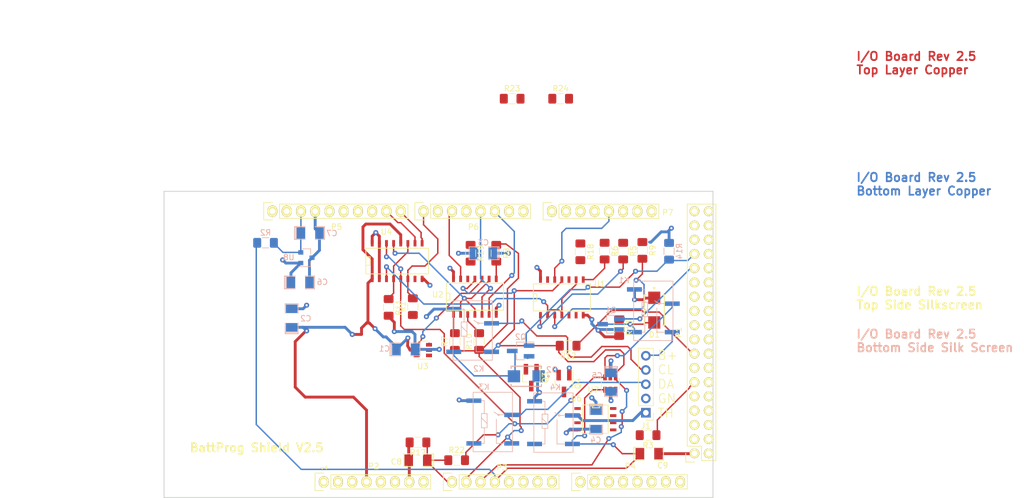
<source format=kicad_pcb>
(kicad_pcb (version 20171130) (host pcbnew "(5.1.6)-1")
  (title_block (title "I/O Board Layout") (date 2020-04-27) (rev 2.3))
  (layers (0 F.Cu signal) (1 In1.Cu power) (2 In2.Cu power) (31 B.Cu signal) (34 B.Paste user) (35 F.Paste user) (36 B.SilkS user) (37 F.SilkS user) (38 B.Mask user) (39 F.Mask user) (44 Edge.Cuts user))
  (net 0 "")
  (net 1 GND)
  (net 2 +5V)
  (net 3 "Net-(U2-Pad10)")
  (net 4 /PULL_SEL1)
  (net 5 /PULL_SEL0)
  (net 6 /PULL_ENB*)
  (net 7 /Batt+)
  (net 8 /Batt_SCL)
  (net 9 /Batt_SDA)
  (net 10 "Net-(R5-Pad2)")
  (net 11 "Net-(R9-Pad2)")
  (net 12 "Net-(R6-Pad2)")
  (net 13 /PAS_CLK_EN)
  (net 14 "Net-(R7-Pad2)")
  (net 15 "Net-(R10-Pad2)")
  (net 16 "Net-(R8-Pad2)")
  (net 17 /ACT_CLK_EN)
  (net 18 /Mega_SCL)
  (net 19 "Net-(R11-Pad1)")
  (net 20 +3.3V)
  (net 21 /PULL_SCL)
  (net 22 /PULL_SDA)
  (net 23 /SDA_Test)
  (net 24 /SCL_Test)
  (net 25 /AREF)
  (net 26 /Batt+_Rly)
  (net 27 "Net-(J1-Pad5)")
  (net 28 "Net-(J1-Pad4)")
  (net 29 /BattDiv)
  (net 30 "Net-(D1-Pad2)")
  (net 31 "Net-(D2-Pad2)")
  (net 32 "Net-(J1-Pad3)")
  (net 33 "Net-(J1-Pad1)")
  (net 34 /THERM)
  (net 35 /Mega_SDA)
  (net 36 /HV_SCL)
  (net 37 /BattSig_Rly)
  (net 38 /PU_EN0)
  (net 39 /PU_EN1)
  (net 40 /PU_EN2)
  (net 41 /+3V)
  (module BattProg:DO-214AC (layer B.Cu) (at 167.4 100.3 180)
    (fp_text reference D2 (at -4.5212 1.1684) (layer B.SilkS) (effects (justify mirror)))
    (fp_text value S1A)
    (pad 2 smd rect (at 2.2 0 180) (size 2.2 2.15) (layers B.Cu B.Paste B.Mask) (net 31 "Net-(D2-Pad2)"))
    (pad 1 smd rect (at -2.2 0 180) (size 2.2 2.15) (layers B.Cu B.Paste B.Mask) (net 2 +5V))
  )
  (module BattProg:DO-214AC (layer F.Cu) (at 190.2 88.5 270)
    (fp_text reference D1 (at 4.3786 -0.0254 180) (layer F.SilkS))
    (fp_text value S1A)
    (pad 2 smd rect (at 2.2 0 270) (size 2.2 2.15) (layers F.Cu F.Paste F.Mask) (net 30 "Net-(D1-Pad2)"))
    (pad 1 smd rect (at -2.2 0 270) (size 2.2 2.15) (layers F.Cu F.Paste F.Mask) (net 2 +5V))
  )
  (module BattProg:G6L-1F (layer B.Cu) (at 168.8756 112.3696 270)
    (fp_text reference K4 (at -10.1092 -3.692 180) (layer B.SilkS) (effects (justify mirror)))
    (fp_text value G6L-1F)
    (pad 4 smd rect (at 0 -6.74 90) (size 0.8 2.66) (layers B.Cu B.Paste B.Mask) (net 34 /THERM))
    (pad 5 smd rect (at 0 0 90) (size 0.8 2.66) (layers B.Cu B.Paste B.Mask) (net 31 "Net-(D2-Pad2)"))
    (pad 8 smd rect (at -7.62 0 90) (size 0.8 2.66) (layers B.Cu B.Paste B.Mask) (net 2 +5V))
    (pad 2 smd rect (at -5.08 -6.74 90) (size 0.8 2.66) (layers B.Cu B.Paste B.Mask) (net 33 "Net-(J1-Pad1)"))
  )
  (module BattProg:G6L-1F (layer B.Cu) (at 158.0642 112.268 270)
    (fp_text reference K3 (at -10.0584 -1.8034 180) (layer B.SilkS) (effects (justify mirror)))
    (fp_text value G6L-1F)
    (pad 4 smd rect (at 0 -6.74 90) (size 0.8 2.66) (layers B.Cu B.Paste B.Mask) (net 9 /Batt_SDA))
    (pad 5 smd rect (at 0 0 90) (size 0.8 2.66) (layers B.Cu B.Paste B.Mask) (net 31 "Net-(D2-Pad2)"))
    (pad 8 smd rect (at -7.62 0 90) (size 0.8 2.66) (layers B.Cu B.Paste B.Mask) (net 2 +5V))
    (pad 2 smd rect (at -5.08 -6.74 90) (size 0.8 2.66) (layers B.Cu B.Paste B.Mask) (net 32 "Net-(J1-Pad3)"))
  )
  (module BattProg:G6L-1F (layer B.Cu) (at 154.4738 95.9358 270)
    (fp_text reference K2 (at 3.0226 -4.454 180) (layer B.SilkS) (effects (justify mirror)))
    (fp_text value G6L-1F)
    (pad 4 smd rect (at 0 -6.74 90) (size 0.8 2.66) (layers B.Cu B.Paste B.Mask) (net 8 /Batt_SCL))
    (pad 5 smd rect (at 0 0 90) (size 0.8 2.66) (layers B.Cu B.Paste B.Mask) (net 31 "Net-(D2-Pad2)"))
    (pad 8 smd rect (at -7.62 0 90) (size 0.8 2.66) (layers B.Cu B.Paste B.Mask) (net 2 +5V))
    (pad 2 smd rect (at -5.08 -6.74 90) (size 0.8 2.66) (layers B.Cu B.Paste B.Mask) (net 28 "Net-(J1-Pad4)"))
  )
  (module BattProg:G6L-1F (layer B.Cu) (at 186.6646 92.4306 270)
    (fp_text reference K1 (at -9.2456 1.8542) (layer B.SilkS) (effects (justify mirror)))
    (fp_text value G6L-1F)
    (pad 4 smd rect (at 0 -6.74 90) (size 0.8 2.66) (layers B.Cu B.Paste B.Mask) (net 27 "Net-(J1-Pad5)"))
    (pad 5 smd rect (at 0 0 90) (size 0.8 2.66) (layers B.Cu B.Paste B.Mask) (net 30 "Net-(D1-Pad2)"))
    (pad 8 smd rect (at -7.62 0 90) (size 0.8 2.66) (layers B.Cu B.Paste B.Mask) (net 2 +5V))
    (pad 2 smd rect (at -5.08 -6.74 90) (size 0.8 2.66) (layers B.Cu B.Paste B.Mask) (net 7 /Batt+))
  )
  (module Socket_Arduino_Mega:Socket_Strip_Arduino_2x18 (layer F.Cu) (at 197.358 114.046 90)
    (fp_text reference P1 (at 21.59 -2.794 90) (layer F.SilkS))
    (fp_text value Digital)
    (pad 1 thru_hole circle (at 0 0 90) (size 1.7272 1.7272) (drill 1.016) (layers *.Cu *.Mask F.SilkS) (net 1 GND))
    (pad 2 thru_hole oval (at 0 2.54 90) (size 1.7272 1.7272) (drill 1.016) (layers *.Cu *.Mask F.SilkS) (net 1 GND))
    (pad 3 thru_hole oval (at 2.54 0 90) (size 1.7272 1.7272) (drill 1.016) (layers *.Cu *.Mask F.SilkS))
    (pad 4 thru_hole oval (at 2.54 2.54 90) (size 1.7272 1.7272) (drill 1.016) (layers *.Cu *.Mask F.SilkS))
    (pad 5 thru_hole oval (at 5.08 0 90) (size 1.7272 1.7272) (drill 1.016) (layers *.Cu *.Mask F.SilkS))
    (pad 6 thru_hole oval (at 5.08 2.54 90) (size 1.7272 1.7272) (drill 1.016) (layers *.Cu *.Mask F.SilkS))
    (pad 7 thru_hole oval (at 7.62 0 90) (size 1.7272 1.7272) (drill 1.016) (layers *.Cu *.Mask F.SilkS))
    (pad 8 thru_hole oval (at 7.62 2.54 90) (size 1.7272 1.7272) (drill 1.016) (layers *.Cu *.Mask F.SilkS))
    (pad 9 thru_hole oval (at 10.16 0 90) (size 1.7272 1.7272) (drill 1.016) (layers *.Cu *.Mask F.SilkS))
    (pad 10 thru_hole oval (at 10.16 2.54 90) (size 1.7272 1.7272) (drill 1.016) (layers *.Cu *.Mask F.SilkS))
    (pad 11 thru_hole oval (at 12.7 0 90) (size 1.7272 1.7272) (drill 1.016) (layers *.Cu *.Mask F.SilkS) (net 23 /SDA_Test))
    (pad 12 thru_hole oval (at 12.7 2.54 90) (size 1.7272 1.7272) (drill 1.016) (layers *.Cu *.Mask F.SilkS))
    (pad 13 thru_hole oval (at 15.24 0 90) (size 1.7272 1.7272) (drill 1.016) (layers *.Cu *.Mask F.SilkS))
    (pad 14 thru_hole oval (at 15.24 2.54 90) (size 1.7272 1.7272) (drill 1.016) (layers *.Cu *.Mask F.SilkS))
    (pad 15 thru_hole oval (at 17.78 0 90) (size 1.7272 1.7272) (drill 1.016) (layers *.Cu *.Mask F.SilkS) (net 24 /SCL_Test))
    (pad 16 thru_hole oval (at 17.78 2.54 90) (size 1.7272 1.7272) (drill 1.016) (layers *.Cu *.Mask F.SilkS))
    (pad 17 thru_hole oval (at 20.32 0 90) (size 1.7272 1.7272) (drill 1.016) (layers *.Cu *.Mask F.SilkS))
    (pad 18 thru_hole oval (at 20.32 2.54 90) (size 1.7272 1.7272) (drill 1.016) (layers *.Cu *.Mask F.SilkS))
    (pad 19 thru_hole oval (at 22.86 0 90) (size 1.7272 1.7272) (drill 1.016) (layers *.Cu *.Mask F.SilkS))
    (pad 20 thru_hole oval (at 22.86 2.54 90) (size 1.7272 1.7272) (drill 1.016) (layers *.Cu *.Mask F.SilkS))
    (pad 21 thru_hole oval (at 25.4 0 90) (size 1.7272 1.7272) (drill 1.016) (layers *.Cu *.Mask F.SilkS))
    (pad 22 thru_hole oval (at 25.4 2.54 90) (size 1.7272 1.7272) (drill 1.016) (layers *.Cu *.Mask F.SilkS))
    (pad 23 thru_hole oval (at 27.94 0 90) (size 1.7272 1.7272) (drill 1.016) (layers *.Cu *.Mask F.SilkS))
    (pad 24 thru_hole oval (at 27.94 2.54 90) (size 1.7272 1.7272) (drill 1.016) (layers *.Cu *.Mask F.SilkS))
    (pad 25 thru_hole oval (at 30.48 0 90) (size 1.7272 1.7272) (drill 1.016) (layers *.Cu *.Mask F.SilkS))
    (pad 26 thru_hole oval (at 30.48 2.54 90) (size 1.7272 1.7272) (drill 1.016) (layers *.Cu *.Mask F.SilkS))
    (pad 27 thru_hole oval (at 33.02 0 90) (size 1.7272 1.7272) (drill 1.016) (layers *.Cu *.Mask F.SilkS) (net 26 /Batt+_Rly))
    (pad 28 thru_hole oval (at 33.02 2.54 90) (size 1.7272 1.7272) (drill 1.016) (layers *.Cu *.Mask F.SilkS))
    (pad 29 thru_hole oval (at 35.56 0 90) (size 1.7272 1.7272) (drill 1.016) (layers *.Cu *.Mask F.SilkS) (net 37 /BattSig_Rly))
    (pad 30 thru_hole oval (at 35.56 2.54 90) (size 1.7272 1.7272) (drill 1.016) (layers *.Cu *.Mask F.SilkS))
    (pad 31 thru_hole oval (at 38.1 0 90) (size 1.7272 1.7272) (drill 1.016) (layers *.Cu *.Mask F.SilkS))
    (pad 32 thru_hole oval (at 38.1 2.54 90) (size 1.7272 1.7272) (drill 1.016) (layers *.Cu *.Mask F.SilkS))
    (pad 33 thru_hole oval (at 40.64 0 90) (size 1.7272 1.7272) (drill 1.016) (layers *.Cu *.Mask F.SilkS))
    (pad 34 thru_hole oval (at 40.64 2.54 90) (size 1.7272 1.7272) (drill 1.016) (layers *.Cu *.Mask F.SilkS))
    (pad 35 thru_hole oval (at 43.18 0 90) (size 1.7272 1.7272) (drill 1.016) (layers *.Cu *.Mask F.SilkS) (net 2 +5V))
    (pad 36 thru_hole oval (at 43.18 2.54 90) (size 1.7272 1.7272) (drill 1.016) (layers *.Cu *.Mask F.SilkS) (net 2 +5V))
  )
  (module Socket_Arduino_Mega:Socket_Strip_Arduino_1x08 (layer F.Cu) (at 131.318 119.126)
    (fp_text reference P2 (at 8.89 -2.794) (layer F.SilkS))
    (fp_text value Power)
    (pad 1 thru_hole oval (at 0 0) (size 1.7272 2.032) (drill 1.016) (layers *.Cu *.Mask F.SilkS))
    (pad 2 thru_hole oval (at 2.54 0) (size 1.7272 2.032) (drill 1.016) (layers *.Cu *.Mask F.SilkS))
    (pad 3 thru_hole oval (at 5.08 0) (size 1.7272 2.032) (drill 1.016) (layers *.Cu *.Mask F.SilkS))
    (pad 4 thru_hole oval (at 7.62 0) (size 1.7272 2.032) (drill 1.016) (layers *.Cu *.Mask F.SilkS) (net 20 +3.3V))
    (pad 5 thru_hole oval (at 10.16 0) (size 1.7272 2.032) (drill 1.016) (layers *.Cu *.Mask F.SilkS) (net 2 +5V))
    (pad 6 thru_hole oval (at 12.7 0) (size 1.7272 2.032) (drill 1.016) (layers *.Cu *.Mask F.SilkS) (net 1 GND))
    (pad 7 thru_hole oval (at 15.24 0) (size 1.7272 2.032) (drill 1.016) (layers *.Cu *.Mask F.SilkS) (net 1 GND))
    (pad 8 thru_hole oval (at 17.78 0) (size 1.7272 2.032) (drill 1.016) (layers *.Cu *.Mask F.SilkS))
  )
  (module Socket_Arduino_Mega:Socket_Strip_Arduino_1x08 (layer F.Cu) (at 154.178 119.126)
    (fp_text reference P3 (at 8.89 -2.54) (layer F.SilkS))
    (fp_text value Analog)
    (pad 1 thru_hole oval (at 0 0) (size 1.7272 2.032) (drill 1.016) (layers *.Cu *.Mask F.SilkS) (net 29 /BattDiv))
    (pad 2 thru_hole oval (at 2.54 0) (size 1.7272 2.032) (drill 1.016) (layers *.Cu *.Mask F.SilkS) (net 9 /Batt_SDA))
    (pad 3 thru_hole oval (at 5.08 0) (size 1.7272 2.032) (drill 1.016) (layers *.Cu *.Mask F.SilkS) (net 8 /Batt_SCL))
    (pad 4 thru_hole oval (at 7.62 0) (size 1.7272 2.032) (drill 1.016) (layers *.Cu *.Mask F.SilkS) (net 34 /THERM))
    (pad 5 thru_hole oval (at 10.16 0) (size 1.7272 2.032) (drill 1.016) (layers *.Cu *.Mask F.SilkS))
    (pad 6 thru_hole oval (at 12.7 0) (size 1.7272 2.032) (drill 1.016) (layers *.Cu *.Mask F.SilkS))
    (pad 7 thru_hole oval (at 15.24 0) (size 1.7272 2.032) (drill 1.016) (layers *.Cu *.Mask F.SilkS))
    (pad 8 thru_hole oval (at 17.78 0) (size 1.7272 2.032) (drill 1.016) (layers *.Cu *.Mask F.SilkS))
  )
  (module Socket_Arduino_Mega:Socket_Strip_Arduino_1x08 (layer F.Cu) (at 177.038 119.126)
    (fp_text reference P4 (at 8.89 -2.794) (layer F.SilkS))
    (fp_text value Analog)
    (pad 1 thru_hole oval (at 0 0) (size 1.7272 2.032) (drill 1.016) (layers *.Cu *.Mask F.SilkS))
    (pad 2 thru_hole oval (at 2.54 0) (size 1.7272 2.032) (drill 1.016) (layers *.Cu *.Mask F.SilkS))
    (pad 3 thru_hole oval (at 5.08 0) (size 1.7272 2.032) (drill 1.016) (layers *.Cu *.Mask F.SilkS))
    (pad 4 thru_hole oval (at 7.62 0) (size 1.7272 2.032) (drill 1.016) (layers *.Cu *.Mask F.SilkS))
    (pad 5 thru_hole oval (at 10.16 0) (size 1.7272 2.032) (drill 1.016) (layers *.Cu *.Mask F.SilkS))
    (pad 6 thru_hole oval (at 12.7 0) (size 1.7272 2.032) (drill 1.016) (layers *.Cu *.Mask F.SilkS))
    (pad 7 thru_hole oval (at 15.24 0) (size 1.7272 2.032) (drill 1.016) (layers *.Cu *.Mask F.SilkS))
    (pad 8 thru_hole oval (at 17.78 0) (size 1.7272 2.032) (drill 1.016) (layers *.Cu *.Mask F.SilkS))
  )
  (module Socket_Arduino_Mega:Socket_Strip_Arduino_1x10 (layer F.Cu) (at 122.174 70.866)
    (fp_text reference P5 (at 11.43 2.794) (layer F.SilkS))
    (fp_text value PWM)
    (pad 1 thru_hole oval (at 0 0) (size 1.7272 2.032) (drill 1.016) (layers *.Cu *.Mask F.SilkS))
    (pad 2 thru_hole oval (at 2.54 0) (size 1.7272 2.032) (drill 1.016) (layers *.Cu *.Mask F.SilkS))
    (pad 3 thru_hole oval (at 5.08 0) (size 1.7272 2.032) (drill 1.016) (layers *.Cu *.Mask F.SilkS) (net 25 /AREF))
    (pad 4 thru_hole oval (at 7.62 0) (size 1.7272 2.032) (drill 1.016) (layers *.Cu *.Mask F.SilkS) (net 1 GND))
    (pad 5 thru_hole oval (at 10.16 0) (size 1.7272 2.032) (drill 1.016) (layers *.Cu *.Mask F.SilkS))
    (pad 6 thru_hole oval (at 12.7 0) (size 1.7272 2.032) (drill 1.016) (layers *.Cu *.Mask F.SilkS))
    (pad 7 thru_hole oval (at 15.24 0) (size 1.7272 2.032) (drill 1.016) (layers *.Cu *.Mask F.SilkS))
    (pad 8 thru_hole oval (at 17.78 0) (size 1.7272 2.032) (drill 1.016) (layers *.Cu *.Mask F.SilkS))
    (pad 9 thru_hole oval (at 20.32 0) (size 1.7272 2.032) (drill 1.016) (layers *.Cu *.Mask F.SilkS) (net 5 /PULL_SEL0))
    (pad 10 thru_hole oval (at 22.86 0) (size 1.7272 2.032) (drill 1.016) (layers *.Cu *.Mask F.SilkS) (net 4 /PULL_SEL1))
  )
  (module Socket_Arduino_Mega:Socket_Strip_Arduino_1x08 (layer F.Cu) (at 149.098 70.866)
    (fp_text reference P6 (at 8.89 2.794) (layer F.SilkS))
    (fp_text value PWM)
    (pad 1 thru_hole oval (at 0 0) (size 1.7272 2.032) (drill 1.016) (layers *.Cu *.Mask F.SilkS) (net 6 /PULL_ENB*))
    (pad 2 thru_hole oval (at 2.54 0) (size 1.7272 2.032) (drill 1.016) (layers *.Cu *.Mask F.SilkS))
    (pad 3 thru_hole oval (at 5.08 0) (size 1.7272 2.032) (drill 1.016) (layers *.Cu *.Mask F.SilkS) (net 38 /PU_EN0))
    (pad 4 thru_hole oval (at 7.62 0) (size 1.7272 2.032) (drill 1.016) (layers *.Cu *.Mask F.SilkS) (net 17 /ACT_CLK_EN))
    (pad 5 thru_hole oval (at 10.16 0) (size 1.7272 2.032) (drill 1.016) (layers *.Cu *.Mask F.SilkS) (net 39 /PU_EN1))
    (pad 6 thru_hole oval (at 12.7 0) (size 1.7272 2.032) (drill 1.016) (layers *.Cu *.Mask F.SilkS) (net 40 /PU_EN2))
    (pad 7 thru_hole oval (at 15.24 0) (size 1.7272 2.032) (drill 1.016) (layers *.Cu *.Mask F.SilkS))
    (pad 8 thru_hole oval (at 17.78 0) (size 1.7272 2.032) (drill 1.016) (layers *.Cu *.Mask F.SilkS))
  )
  (module Socket_Arduino_Mega:Socket_Strip_Arduino_1x08 (layer F.Cu) (at 171.958 70.866)
    (fp_text reference P7 (at 20.6502 0.2286) (layer F.SilkS))
    (fp_text value Communication)
    (pad 1 thru_hole oval (at 0 0) (size 1.7272 2.032) (drill 1.016) (layers *.Cu *.Mask F.SilkS))
    (pad 2 thru_hole oval (at 2.54 0) (size 1.7272 2.032) (drill 1.016) (layers *.Cu *.Mask F.SilkS))
    (pad 3 thru_hole oval (at 5.08 0) (size 1.7272 2.032) (drill 1.016) (layers *.Cu *.Mask F.SilkS))
    (pad 4 thru_hole oval (at 7.62 0) (size 1.7272 2.032) (drill 1.016) (layers *.Cu *.Mask F.SilkS))
    (pad 5 thru_hole oval (at 10.16 0) (size 1.7272 2.032) (drill 1.016) (layers *.Cu *.Mask F.SilkS) (net 13 /PAS_CLK_EN))
    (pad 6 thru_hole oval (at 12.7 0) (size 1.7272 2.032) (drill 1.016) (layers *.Cu *.Mask F.SilkS))
    (pad 7 thru_hole oval (at 15.24 0) (size 1.7272 2.032) (drill 1.016) (layers *.Cu *.Mask F.SilkS) (net 35 /Mega_SDA))
    (pad 8 thru_hole oval (at 17.78 0) (size 1.7272 2.032) (drill 1.016) (layers *.Cu *.Mask F.SilkS) (net 18 /Mega_SCL))
  )
  (module TO_SOT_Packages_SMD:SOT-23-6 (layer F.Cu) (at 148.971 95.631 180)
    (fp_text reference U3 (at 0 -2.9 180) (layer F.SilkS))
    (fp_text value SN74LVC2G17)
    (pad 1 smd rect (at -1.1 -0.95 180) (size 1.06 0.65) (layers F.Cu F.Paste F.Mask))
    (pad 2 smd rect (at -1.1 0 180) (size 1.06 0.65) (layers F.Cu F.Paste F.Mask))
    (pad 3 smd rect (at -1.1 0.95 180) (size 1.06 0.65) (layers F.Cu F.Paste F.Mask) (net 18 /Mega_SCL))
    (pad 4 smd rect (at 1.1 0.95 180) (size 1.06 0.65) (layers F.Cu F.Paste F.Mask) (net 3 "Net-(U2-Pad10)"))
    (pad 6 smd rect (at 1.1 -0.95 180) (size 1.06 0.65) (layers F.Cu F.Paste F.Mask))
    (pad 5 smd rect (at 1.1 0 180) (size 1.06 0.65) (layers F.Cu F.Paste F.Mask) (net 20 +3.3V))
  )
  (module SMD_Packages:SO-16-N (layer F.Cu) (at 144.399 79.756)
    (fp_text reference U4 (at -1.905 -5.207) (layer F.SilkS))
    (fp_text value MAX4618)
    (pad 16 smd rect (at -4.445 -3.175) (size 0.508 1.143) (layers F.Cu F.Paste F.Mask) (net 2 +5V))
    (pad 14 smd rect (at -1.905 -3.175) (size 0.508 1.143) (layers F.Cu F.Paste F.Mask) (net 7 /Batt+))
    (pad 13 smd rect (at -0.635 -3.175) (size 0.508 1.143) (layers F.Cu F.Paste F.Mask) (net 22 /PULL_SDA))
    (pad 12 smd rect (at 0.635 -3.175) (size 0.508 1.143) (layers F.Cu F.Paste F.Mask) (net 20 +3.3V))
    (pad 11 smd rect (at 1.905 -3.175) (size 0.508 1.143) (layers F.Cu F.Paste F.Mask) (net 19 "Net-(R11-Pad1)"))
    (pad 10 smd rect (at 3.175 -3.175) (size 0.508 1.143) (layers F.Cu F.Paste F.Mask) (net 5 /PULL_SEL0))
    (pad 9 smd rect (at 4.445 -3.175) (size 0.508 1.143) (layers F.Cu F.Paste F.Mask) (net 4 /PULL_SEL1))
    (pad 8 smd rect (at 4.445 3.175) (size 0.508 1.143) (layers F.Cu F.Paste F.Mask) (net 1 GND))
    (pad 7 smd rect (at 3.175 3.175) (size 0.508 1.143) (layers F.Cu F.Paste F.Mask))
    (pad 6 smd rect (at 1.905 3.175) (size 0.508 1.143) (layers F.Cu F.Paste F.Mask) (net 6 /PULL_ENB*))
    (pad 5 smd rect (at 0.635 3.175) (size 0.508 1.143) (layers F.Cu F.Paste F.Mask) (net 7 /Batt+))
    (pad 4 smd rect (at -0.635 3.175) (size 0.508 1.143) (layers F.Cu F.Paste F.Mask) (net 19 "Net-(R11-Pad1)"))
    (pad 3 smd rect (at -1.905 3.175) (size 0.508 1.143) (layers F.Cu F.Paste F.Mask) (net 21 /PULL_SCL))
    (pad 2 smd rect (at -3.175 3.175) (size 0.508 1.143) (layers F.Cu F.Paste F.Mask) (net 2 +5V))
    (pad 1 smd rect (at -4.445 3.175) (size 0.508 1.143) (layers F.Cu F.Paste F.Mask) (net 20 +3.3V))
    (pad 15 smd rect (at -3.175 -3.175) (size 0.508 1.143) (layers F.Cu F.Paste F.Mask) (net 2 +5V))
  )
  (module SMD_Packages:SOIC-14_N (layer F.Cu) (at 173.736 86.106)
    (fp_text reference U1 (at 6.731 -2.286) (layer F.SilkS))
    (fp_text value MAX4614)
    (pad 1 smd rect (at -3.81 3.302) (size 0.508 1.143) (layers F.Cu F.Paste F.Mask) (net 10 "Net-(R5-Pad2)"))
    (pad 2 smd rect (at -2.54 3.302) (size 0.508 1.143) (layers F.Cu F.Paste F.Mask) (net 21 /PULL_SCL))
    (pad 3 smd rect (at -1.27 3.302) (size 0.508 1.143) (layers F.Cu F.Paste F.Mask) (net 11 "Net-(R9-Pad2)"))
    (pad 4 smd rect (at 0 3.302) (size 0.508 1.143) (layers F.Cu F.Paste F.Mask) (net 21 /PULL_SCL))
    (pad 5 smd rect (at 1.27 3.302) (size 0.508 1.143) (layers F.Cu F.Paste F.Mask) (net 39 /PU_EN1))
    (pad 6 smd rect (at 2.54 3.302) (size 0.508 1.143) (layers F.Cu F.Paste F.Mask) (net 40 /PU_EN2))
    (pad 7 smd rect (at 3.81 3.302) (size 0.508 1.143) (layers F.Cu F.Paste F.Mask) (net 1 GND))
    (pad 8 smd rect (at 3.81 -3.048) (size 0.508 1.143) (layers F.Cu F.Paste F.Mask) (net 12 "Net-(R6-Pad2)"))
    (pad 9 smd rect (at 2.54 -3.048) (size 0.508 1.143) (layers F.Cu F.Paste F.Mask) (net 21 /PULL_SCL))
    (pad 11 smd rect (at 0 -3.048) (size 0.508 1.143) (layers F.Cu F.Paste F.Mask) (net 8 /Batt_SCL))
    (pad 12 smd rect (at -1.27 -3.048) (size 0.508 1.143) (layers F.Cu F.Paste F.Mask) (net 13 /PAS_CLK_EN))
    (pad 13 smd rect (at -2.54 -3.048) (size 0.508 1.143) (layers F.Cu F.Paste F.Mask) (net 38 /PU_EN0))
    (pad 14 smd rect (at -3.81 -3.048) (size 0.508 1.143) (layers F.Cu F.Paste F.Mask) (net 2 +5V))
    (pad 10 smd rect (at 1.27 -3.048) (size 0.508 1.143) (layers F.Cu F.Paste F.Mask) (net 36 /HV_SCL))
  )
  (module SMD_Packages:SOIC-14_N (layer F.Cu) (at 158.242 85.979)
    (fp_text reference U2 (at -6.604 -0.254) (layer F.SilkS))
    (fp_text value MAX4614)
    (pad 1 smd rect (at -3.81 3.302) (size 0.508 1.143) (layers F.Cu F.Paste F.Mask) (net 14 "Net-(R7-Pad2)"))
    (pad 2 smd rect (at -2.54 3.302) (size 0.508 1.143) (layers F.Cu F.Paste F.Mask) (net 22 /PULL_SDA))
    (pad 3 smd rect (at -1.27 3.302) (size 0.508 1.143) (layers F.Cu F.Paste F.Mask) (net 15 "Net-(R10-Pad2)"))
    (pad 4 smd rect (at 0 3.302) (size 0.508 1.143) (layers F.Cu F.Paste F.Mask) (net 22 /PULL_SDA))
    (pad 5 smd rect (at 1.27 3.302) (size 0.508 1.143) (layers F.Cu F.Paste F.Mask) (net 39 /PU_EN1))
    (pad 6 smd rect (at 2.54 3.302) (size 0.508 1.143) (layers F.Cu F.Paste F.Mask) (net 40 /PU_EN2))
    (pad 7 smd rect (at 3.81 3.302) (size 0.508 1.143) (layers F.Cu F.Paste F.Mask) (net 1 GND))
    (pad 8 smd rect (at 3.81 -3.048) (size 0.508 1.143) (layers F.Cu F.Paste F.Mask) (net 16 "Net-(R8-Pad2)"))
    (pad 9 smd rect (at 2.54 -3.048) (size 0.508 1.143) (layers F.Cu F.Paste F.Mask) (net 22 /PULL_SDA))
    (pad 11 smd rect (at 0 -3.048) (size 0.508 1.143) (layers F.Cu F.Paste F.Mask) (net 8 /Batt_SCL))
    (pad 12 smd rect (at -1.27 -3.048) (size 0.508 1.143) (layers F.Cu F.Paste F.Mask) (net 17 /ACT_CLK_EN))
    (pad 13 smd rect (at -2.54 -3.048) (size 0.508 1.143) (layers F.Cu F.Paste F.Mask) (net 38 /PU_EN0))
    (pad 14 smd rect (at -3.81 -3.048) (size 0.508 1.143) (layers F.Cu F.Paste F.Mask) (net 2 +5V))
    (pad 10 smd rect (at 1.27 -3.048) (size 0.508 1.143) (layers F.Cu F.Paste F.Mask) (net 3 "Net-(U2-Pad10)"))
  )
  (module SMD_Packages:SOIC-8-N (layer F.Cu) (at 179.705 107.95 270)
    (fp_text reference U6 (at -3.683 3.429) (layer F.SilkS))
    (fp_text value ATECC508A)
    (pad 8 smd rect (at -1.905 -3.175 270) (size 0.508 1.143) (layers F.Cu F.Paste F.Mask) (net 20 +3.3V))
    (pad 7 smd rect (at -0.635 -3.175 270) (size 0.508 1.143) (layers F.Cu F.Paste F.Mask))
    (pad 6 smd rect (at 0.635 -3.175 270) (size 0.508 1.143) (layers F.Cu F.Paste F.Mask) (net 18 /Mega_SCL))
    (pad 5 smd rect (at 1.905 -3.175 270) (size 0.508 1.143) (layers F.Cu F.Paste F.Mask) (net 35 /Mega_SDA))
    (pad 4 smd rect (at 1.905 3.175 270) (size 0.508 1.143) (layers F.Cu F.Paste F.Mask) (net 1 GND))
    (pad 3 smd rect (at 0.635 3.175 270) (size 0.508 1.143) (layers F.Cu F.Paste F.Mask))
    (pad 2 smd rect (at -0.635 3.175 270) (size 0.508 1.143) (layers F.Cu F.Paste F.Mask))
    (pad 1 smd rect (at -1.905 3.175 270) (size 0.508 1.143) (layers F.Cu F.Paste F.Mask))
  )
  (module SMD_Packages:SMD-1206_Pol (layer B.Cu) (at 145.923 95.504)
    (fp_text reference C1 (at -3.81 -0.127) (layer B.SilkS) (effects (justify mirror)))
    (fp_text value .1uf)
    (pad 1 smd rect (at -1.651 0) (size 1.524 2.032) (layers B.Cu B.Paste B.Mask) (net 20 +3.3V))
    (pad 2 smd rect (at 1.651 0) (size 1.524 2.032) (layers B.Cu B.Paste B.Mask) (net 1 GND))
  )
  (module SMD_Packages:SMD-1206_Pol (layer B.Cu) (at 125.603 89.916 90)
    (fp_text reference C2 (at -0.0762 2.5146 180) (layer B.SilkS) (effects (justify mirror)))
    (fp_text value .1uf)
    (pad 1 smd rect (at -1.651 0 90) (size 1.524 2.032) (layers B.Cu B.Paste B.Mask) (net 20 +3.3V))
    (pad 2 smd rect (at 1.651 0 90) (size 1.524 2.032) (layers B.Cu B.Paste B.Mask) (net 1 GND))
  )
  (module SMD_Packages:SMD-1206_Pol (layer B.Cu) (at 159.766 78.359 180)
    (fp_text reference C3 (at 0 1.905 180) (layer B.SilkS) (effects (justify mirror)))
    (fp_text value .1uf)
    (pad 1 smd rect (at -1.651 0 180) (size 1.524 2.032) (layers B.Cu B.Paste B.Mask) (net 2 +5V))
    (pad 2 smd rect (at 1.651 0 180) (size 1.524 2.032) (layers B.Cu B.Paste B.Mask) (net 1 GND))
  )
  (module SMD_Packages:SMD-1206_Pol (layer B.Cu) (at 179.832 108.077 270)
    (fp_text reference C4 (at 3.5814 0.0508) (layer B.SilkS) (effects (justify mirror)))
    (fp_text value .1uf)
    (pad 1 smd rect (at -1.651 0 270) (size 1.524 2.032) (layers B.Cu B.Paste B.Mask) (net 2 +5V))
    (pad 2 smd rect (at 1.651 0 270) (size 1.524 2.032) (layers B.Cu B.Paste B.Mask) (net 1 GND))
  )
  (module TO_SOT_Packages_SMD:SOT-23-6 (layer F.Cu) (at 182.372 101.6 90)
    (fp_text reference U7 (at -1.143 -3.048 180) (layer F.SilkS))
    (fp_text value DT2042-04SO-7)
    (pad 1 smd rect (at -1.1 -0.95 90) (size 1.06 0.65) (layers F.Cu F.Paste F.Mask) (net 34 /THERM))
    (pad 2 smd rect (at -1.1 0 90) (size 1.06 0.65) (layers F.Cu F.Paste F.Mask) (net 1 GND))
    (pad 3 smd rect (at -1.1 0.95 90) (size 1.06 0.65) (layers F.Cu F.Paste F.Mask) (net 9 /Batt_SDA))
    (pad 4 smd rect (at 1.1 0.95 90) (size 1.06 0.65) (layers F.Cu F.Paste F.Mask) (net 8 /Batt_SCL))
    (pad 6 smd rect (at 1.1 -0.95 90) (size 1.06 0.65) (layers F.Cu F.Paste F.Mask) (net 7 /Batt+))
    (pad 5 smd rect (at 1.1 0 90) (size 1.06 0.65) (layers F.Cu F.Paste F.Mask) (net 2 +5V))
  )
  (module SMD_Packages:SMD-1206_Pol (layer B.Cu) (at 182.499 101.346 270)
    (fp_text reference C5 (at -1.1684 2.4892) (layer B.SilkS) (effects (justify mirror)))
    (fp_text value .1uf)
    (pad 1 smd rect (at -1.651 0 270) (size 1.524 2.032) (layers B.Cu B.Paste B.Mask) (net 2 +5V))
    (pad 2 smd rect (at 1.651 0 270) (size 1.524 2.032) (layers B.Cu B.Paste B.Mask) (net 1 GND))
  )
  (module SMD_Packages:SMD-1206_Pol (layer B.Cu) (at 127.127 83.566)
    (fp_text reference C6 (at 3.937 -0.0762) (layer B.SilkS) (effects (justify mirror)))
    (fp_text value .1uf)
    (pad 1 smd rect (at -1.651 0) (size 1.524 2.032) (layers B.Cu B.Paste B.Mask) (net 2 +5V))
    (pad 2 smd rect (at 1.651 0) (size 1.524 2.032) (layers B.Cu B.Paste B.Mask) (net 1 GND))
  )
  (module SMD_Packages:SMD-1206_Pol (layer B.Cu) (at 128.905 74.7522)
    (fp_text reference C7 (at 3.8608 0.0508) (layer B.SilkS) (effects (justify mirror)))
    (fp_text value .1uf)
    (pad 2 smd rect (at 1.651 0) (size 1.524 2.032) (layers B.Cu B.Paste B.Mask) (net 1 GND))
    (pad 1 smd rect (at -1.651 0) (size 1.524 2.032) (layers B.Cu B.Paste B.Mask) (net 25 /AREF))
  )
  (module TO_SOT_Packages_SMD:SOT-23 (layer B.Cu) (at 128.2286 79.1566)
    (fp_text reference U8 (at -3.1336 -0.061) (layer B.SilkS) (effects (justify mirror)))
    (fp_text value NCP51460SN33T1G)
    (pad 3 smd rect (at 1 0) (size 0.9 0.8) (layers B.Cu B.Paste B.Mask) (net 1 GND))
    (pad 2 smd rect (at -1 -0.95) (size 0.9 0.8) (layers B.Cu B.Paste B.Mask) (net 25 /AREF))
    (pad 1 smd rect (at -1 0.95) (size 0.9 0.8) (layers B.Cu B.Paste B.Mask) (net 2 +5V))
  )
  (module SMD_Packages:SMD-1206_Pol (layer F.Cu) (at 148.1074 115.2652 180)
    (fp_text reference C8 (at 3.8608 -0.2794) (layer F.SilkS))
    (fp_text value .1uf)
    (pad 2 smd rect (at 1.651 0 180) (size 1.524 2.032) (layers F.Cu F.Paste F.Mask) (net 1 GND))
    (pad 1 smd rect (at -1.651 0 180) (size 1.524 2.032) (layers F.Cu F.Paste F.Mask) (net 29 /BattDiv))
  )
  (module Pin_Headers:Pin_Header_Straight_1x05_Pitch2.54mm (layer F.Cu) (at 188.7 106.8 180)
    (fp_text reference J1 (at 0 -2.33) (layer F.SilkS))
    (fp_text value Conn_01x05)
    (pad 5 thru_hole oval (at 0 10.16 180) (size 1.7 1.7) (drill 1) (layers *.Cu *.Mask) (net 27 "Net-(J1-Pad5)"))
    (pad 4 thru_hole oval (at 0 7.62 180) (size 1.7 1.7) (drill 1) (layers *.Cu *.Mask) (net 28 "Net-(J1-Pad4)"))
    (pad 3 thru_hole oval (at 0 5.08 180) (size 1.7 1.7) (drill 1) (layers *.Cu *.Mask) (net 32 "Net-(J1-Pad3)"))
    (pad 2 thru_hole oval (at 0 2.54 180) (size 1.7 1.7) (drill 1) (layers *.Cu *.Mask) (net 1 GND))
    (pad 1 thru_hole rect (at 0 0 180) (size 1.7 1.7) (drill 1) (layers *.Cu *.Mask) (net 33 "Net-(J1-Pad1)"))
  )
  (module SMD_Packages:SMD-1206_Pol (layer F.Cu) (at 189.3 114.1)
    (fp_text reference C9 (at 2.4 2.1) (layer F.SilkS))
    (fp_text value .1uf)
    (pad 2 smd rect (at 1.651 0) (size 1.524 2.032) (layers F.Cu F.Paste F.Mask) (net 1 GND))
    (pad 1 smd rect (at -1.651 0) (size 1.524 2.032) (layers F.Cu F.Paste F.Mask) (net 34 /THERM))
  )
  (module "TO/SOT SMD:SOT-23_Handsoldering" (layer B.Cu) (at 182.483 91.0082 180)
    (fp_text reference Q1 (at 0 2.5) (layer B.SilkS) (effects (justify mirror)))
    (fp_text value BSS806N)
    (pad 1 smd rect (at -1.5 0.95 180) (size 1.9 0.8) (layers B.Cu B.Paste B.Mask) (net 26 /Batt+_Rly))
    (pad 2 smd rect (at -1.5 -0.95 180) (size 1.9 0.8) (layers B.Cu B.Paste B.Mask) (net 1 GND))
    (pad 3 smd rect (at 1.5 0 180) (size 1.9 0.8) (layers B.Cu B.Paste B.Mask) (net 30 "Net-(D1-Pad2)"))
  )
  (module "TO/SOT SMD:SOT-23_Handsoldering" (layer B.Cu) (at 166.3954 95.7834 180)
    (fp_text reference Q2 (at 0 2.5) (layer B.SilkS) (effects (justify mirror)))
    (fp_text value BSS806N)
    (pad 1 smd rect (at -1.5 0.95 180) (size 1.9 0.8) (layers B.Cu B.Paste B.Mask) (net 37 /BattSig_Rly))
    (pad 2 smd rect (at -1.5 -0.95 180) (size 1.9 0.8) (layers B.Cu B.Paste B.Mask) (net 1 GND))
    (pad 3 smd rect (at 1.5 0 180) (size 1.9 0.8) (layers B.Cu B.Paste B.Mask) (net 31 "Net-(D2-Pad2)"))
  )
  (module "TO/SOT SMD:SOT-23_Handsoldering" (layer F.Cu) (at 168.2852 100.5426 270)
    (fp_text reference Q3 (at 0 -2.5 90) (layer F.SilkS))
    (fp_text value BSS806N)
    (pad 3 smd rect (at 1.5 0 270) (size 1.9 0.8) (layers F.Cu F.Paste F.Mask) (net 36 /HV_SCL))
    (pad 2 smd rect (at -1.5 0.95 270) (size 1.9 0.8) (layers F.Cu F.Paste F.Mask) (net 18 /Mega_SCL))
    (pad 1 smd rect (at -1.5 -0.95 270) (size 1.9 0.8) (layers F.Cu F.Paste F.Mask) (net 20 +3.3V))
  )
  (module "TO/SOT SMD:SOT-23_Handsoldering" (layer F.Cu) (at 174.117 101.5906 270)
    (fp_text reference Q4 (at 0 -2.5 90) (layer F.SilkS))
    (fp_text value BSS806N)
    (pad 3 smd rect (at 1.5 0 270) (size 1.9 0.8) (layers F.Cu F.Paste F.Mask) (net 9 /Batt_SDA))
    (pad 2 smd rect (at -1.5 0.95 270) (size 1.9 0.8) (layers F.Cu F.Paste F.Mask) (net 35 /Mega_SDA))
    (pad 1 smd rect (at -1.5 -0.95 270) (size 1.9 0.8) (layers F.Cu F.Paste F.Mask) (net 20 +3.3V))
  )
  (module ResistorSMD:R_1206_3216Metric_Pad1.42x1.75mm_HandSolder (layer F.Cu) (at 147.193 87.884 90)
    (fp_text reference R1 (at 0 -1.82 90) (layer F.SilkS))
    (fp_text value 100K)
    (pad 2 smd roundrect (at 1.4875 0 90) (size 1.425 1.75) (layers F.Cu F.Paste F.Mask) (roundrect_rratio 0.175439) (net 6 /PULL_ENB*))
    (pad 1 smd roundrect (at -1.4875 0 90) (size 1.425 1.75) (layers F.Cu F.Paste F.Mask) (roundrect_rratio 0.175439) (net 41 /+3V))
  )
  (module ResistorSMD:R_1206_3216Metric_Pad1.42x1.75mm_HandSolder (layer B.Cu) (at 120.949 76.5 180)
    (fp_text reference R2 (at 0 1.82) (layer B.SilkS) (effects (justify mirror)))
    (fp_text value 33K)
    (pad 1 smd roundrect (at -1.4875 0 180) (size 1.425 1.75) (layers B.Cu B.Paste B.Mask) (roundrect_rratio 0.175439) (net 25 /AREF))
    (pad 2 smd roundrect (at 1.4875 0 180) (size 1.425 1.75) (layers B.Cu B.Paste B.Mask) (roundrect_rratio 0.175439) (net 34 /THERM))
  )
  (module ResistorSMD:R_1206_3216Metric_Pad1.42x1.75mm_HandSolder (layer F.Cu) (at 189.1 110.8 180)
    (fp_text reference R3 (at 0 -1.82) (layer F.SilkS))
    (fp_text value 10K)
    (pad 2 smd roundrect (at 1.4875 0 180) (size 1.425 1.75) (layers F.Cu F.Paste F.Mask) (roundrect_rratio 0.175439) (net 9 /Batt_SDA))
    (pad 1 smd roundrect (at -1.4875 0 180) (size 1.425 1.75) (layers F.Cu F.Paste F.Mask) (roundrect_rratio 0.175439) (net 23 /SDA_Test))
  )
  (module ResistorSMD:R_1206_3216Metric_Pad1.42x1.75mm_HandSolder (layer F.Cu) (at 184.658 77.978 270)
    (fp_text reference R5 (at 0 -1.82 90) (layer F.SilkS))
    (fp_text value 10K)
    (pad 1 smd roundrect (at -1.4875 0 270) (size 1.425 1.75) (layers F.Cu F.Paste F.Mask) (roundrect_rratio 0.175439) (net 36 /HV_SCL))
    (pad 2 smd roundrect (at 1.4875 0 270) (size 1.425 1.75) (layers F.Cu F.Paste F.Mask) (roundrect_rratio 0.175439) (net 10 "Net-(R5-Pad2)"))
  )
  (module ResistorSMD:R_1206_3216Metric_Pad1.42x1.75mm_HandSolder (layer F.Cu) (at 181.356 77.978 270)
    (fp_text reference R6 (at 0 -1.82 90) (layer F.SilkS))
    (fp_text value 5.1K)
    (pad 1 smd roundrect (at -1.4875 0 270) (size 1.425 1.75) (layers F.Cu F.Paste F.Mask) (roundrect_rratio 0.175439) (net 36 /HV_SCL))
    (pad 2 smd roundrect (at 1.4875 0 270) (size 1.425 1.75) (layers F.Cu F.Paste F.Mask) (roundrect_rratio 0.175439) (net 12 "Net-(R6-Pad2)"))
  )
  (module ResistorSMD:R_1206_3216Metric_Pad1.42x1.75mm_HandSolder (layer F.Cu) (at 154.686 94.107 90)
    (fp_text reference R7 (at 0 -1.82 90) (layer F.SilkS))
    (fp_text value 10K)
    (pad 2 smd roundrect (at 1.4875 0 90) (size 1.425 1.75) (layers F.Cu F.Paste F.Mask) (roundrect_rratio 0.175439) (net 14 "Net-(R7-Pad2)"))
    (pad 1 smd roundrect (at -1.4875 0 90) (size 1.425 1.75) (layers F.Cu F.Paste F.Mask) (roundrect_rratio 0.175439) (net 9 /Batt_SDA))
  )
  (module ResistorSMD:R_1206_3216Metric_Pad1.42x1.75mm_HandSolder (layer F.Cu) (at 162.052 78.359 270)
    (fp_text reference R8 (at 0 -1.82 90) (layer F.SilkS))
    (fp_text value 5.1K)
    (pad 2 smd roundrect (at 1.4875 0 270) (size 1.425 1.75) (layers F.Cu F.Paste F.Mask) (roundrect_rratio 0.175439) (net 16 "Net-(R8-Pad2)"))
    (pad 1 smd roundrect (at -1.4875 0 270) (size 1.425 1.75) (layers F.Cu F.Paste F.Mask) (roundrect_rratio 0.175439) (net 9 /Batt_SDA))
  )
  (module ResistorSMD:R_1206_3216Metric_Pad1.42x1.75mm_HandSolder (layer F.Cu) (at 188.087 77.851 270)
    (fp_text reference R9 (at 0 -1.82 90) (layer F.SilkS))
    (fp_text value 6.8K)
    (pad 2 smd roundrect (at 1.4875 0 270) (size 1.425 1.75) (layers F.Cu F.Paste F.Mask) (roundrect_rratio 0.175439) (net 11 "Net-(R9-Pad2)"))
    (pad 1 smd roundrect (at -1.4875 0 270) (size 1.425 1.75) (layers F.Cu F.Paste F.Mask) (roundrect_rratio 0.175439) (net 36 /HV_SCL))
  )
  (module ResistorSMD:R_1206_3216Metric_Pad1.42x1.75mm_HandSolder (layer F.Cu) (at 159.004 94.107 90)
    (fp_text reference R10 (at 0 -1.82 90) (layer F.SilkS))
    (fp_text value 6.8K)
    (pad 1 smd roundrect (at -1.4875 0 90) (size 1.425 1.75) (layers F.Cu F.Paste F.Mask) (roundrect_rratio 0.175439) (net 9 /Batt_SDA))
    (pad 2 smd roundrect (at 1.4875 0 90) (size 1.425 1.75) (layers F.Cu F.Paste F.Mask) (roundrect_rratio 0.175439) (net 15 "Net-(R10-Pad2)"))
  )
  (module ResistorSMD:R_1206_3216Metric_Pad1.42x1.75mm_HandSolder (layer F.Cu) (at 142.875 88.011 270)
    (fp_text reference R11 (at 0 -1.82 90) (layer F.SilkS))
    (fp_text value 10K)
    (pad 2 smd roundrect (at 1.4875 0 270) (size 1.425 1.75) (layers F.Cu F.Paste F.Mask) (roundrect_rratio 0.175439) (net 1 GND))
    (pad 1 smd roundrect (at -1.4875 0 270) (size 1.425 1.75) (layers F.Cu F.Paste F.Mask) (roundrect_rratio 0.175439) (net 19 "Net-(R11-Pad1)"))
  )
  (module ResistorSMD:R_1206_3216Metric_Pad1.42x1.75mm_HandSolder (layer F.Cu) (at 174.8536 94.8436 180)
    (fp_text reference R12 (at 0 -1.82) (layer F.SilkS))
    (fp_text value 10K)
    (pad 1 smd roundrect (at -1.4875 0 180) (size 1.425 1.75) (layers F.Cu F.Paste F.Mask) (roundrect_rratio 0.175439) (net 24 /SCL_Test))
    (pad 2 smd roundrect (at 1.4875 0 180) (size 1.425 1.75) (layers F.Cu F.Paste F.Mask) (roundrect_rratio 0.175439) (net 8 /Batt_SCL))
  )
  (module ResistorSMD:R_1206_3216Metric_Pad1.42x1.75mm_HandSolder (layer F.Cu) (at 183.9468 91.6178 270)
    (fp_text reference R13 (at 0 -1.82 90) (layer F.SilkS))
    (fp_text value 100K)
    (pad 1 smd roundrect (at -1.4875 0 270) (size 1.425 1.75) (layers F.Cu F.Paste F.Mask) (roundrect_rratio 0.175439) (net 26 /Batt+_Rly))
    (pad 2 smd roundrect (at 1.4875 0 270) (size 1.425 1.75) (layers F.Cu F.Paste F.Mask) (roundrect_rratio 0.175439) (net 1 GND))
  )
  (module ResistorSMD:R_1206_3216Metric_Pad1.42x1.75mm_HandSolder (layer B.Cu) (at 192.8368 78.0034 90)
    (fp_text reference R14 (at 0 1.82 90) (layer B.SilkS) (effects (justify mirror)))
    (fp_text value 100K)
    (pad 1 smd roundrect (at -1.4875 0 90) (size 1.425 1.75) (layers B.Cu B.Paste B.Mask) (roundrect_rratio 0.175439) (net 37 /BattSig_Rly))
    (pad 2 smd roundrect (at 1.4875 0 90) (size 1.425 1.75) (layers B.Cu B.Paste B.Mask) (roundrect_rratio 0.175439) (net 1 GND))
  )
  (module ResistorSMD:R_1206_3216Metric_Pad1.42x1.75mm_HandSolder (layer F.Cu) (at 148.1074 112.0902 180)
    (fp_text reference R17 (at 0 -1.82) (layer F.SilkS))
    (fp_text value 6.81K)
    (pad 2 smd roundrect (at 1.4875 0 180) (size 1.425 1.75) (layers F.Cu F.Paste F.Mask) (roundrect_rratio 0.175439) (net 1 GND))
    (pad 1 smd roundrect (at -1.4875 0 180) (size 1.425 1.75) (layers F.Cu F.Paste F.Mask) (roundrect_rratio 0.175439) (net 29 /BattDiv))
  )
  (module ResistorSMD:R_1206_3216Metric_Pad1.42x1.75mm_HandSolder (layer F.Cu) (at 177.038 78.105 270)
    (fp_text reference R18 (at 0 -1.82 90) (layer F.SilkS))
    (fp_text value 100K)
    (pad 2 smd roundrect (at 1.4875 0 270) (size 1.425 1.75) (layers F.Cu F.Paste F.Mask) (roundrect_rratio 0.175439) (net 41 /+3V))
    (pad 1 smd roundrect (at -1.4875 0 270) (size 1.425 1.75) (layers F.Cu F.Paste F.Mask) (roundrect_rratio 0.175439) (net 13 /PAS_CLK_EN))
  )
  (module ResistorSMD:R_1206_3216Metric_Pad1.42x1.75mm_HandSolder (layer F.Cu) (at 157.48 78.359 270)
    (fp_text reference R19 (at 0 -1.82 90) (layer F.SilkS))
    (fp_text value 100K)
    (pad 1 smd roundrect (at -1.4875 0 270) (size 1.425 1.75) (layers F.Cu F.Paste F.Mask) (roundrect_rratio 0.175439) (net 17 /ACT_CLK_EN))
    (pad 2 smd roundrect (at 1.4875 0 270) (size 1.425 1.75) (layers F.Cu F.Paste F.Mask) (roundrect_rratio 0.175439) (net 1 GND))
  )
  (module ResistorSMD:R_1206_3216Metric_Pad1.42x1.75mm_HandSolder (layer F.Cu) (at 154.9908 115.2652)
    (fp_text reference R22 (at 0 -1.82) (layer F.SilkS))
    (fp_text value 3.65K)
    (pad 2 smd roundrect (at 1.4875 0) (size 1.425 1.75) (layers F.Cu F.Paste F.Mask) (roundrect_rratio 0.175439) (net 7 /Batt+))
    (pad 1 smd roundrect (at -1.4875 0) (size 1.425 1.75) (layers F.Cu F.Paste F.Mask) (roundrect_rratio 0.175439) (net 29 /BattDiv))
  )
  (module ResistorSMD:R_1206_3216Metric_Pad1.42x1.75mm_HandSolder (layer F.Cu) (at 164.8825 50.8)
    (fp_text reference R23 (at 0 -1.82) (layer F.SilkS))
    (fp_text value 100K)
    (pad 2 smd roundrect (at 1.4875 0) (size 1.425 1.75) (layers F.Cu F.Paste F.Mask) (roundrect_rratio 0.175439) (net 18 /Mega_SCL))
    (pad 1 smd roundrect (at -1.4875 0) (size 1.425 1.75) (layers F.Cu F.Paste F.Mask) (roundrect_rratio 0.175439) (net 20 +3.3V))
  )
  (module ResistorSMD:R_1206_3216Metric_Pad1.42x1.75mm_HandSolder (layer F.Cu) (at 173.525001 50.8)
    (fp_text reference R24 (at 0 -1.82) (layer F.SilkS))
    (fp_text value 100K)
    (pad 1 smd roundrect (at -1.4875 0) (size 1.425 1.75) (layers F.Cu F.Paste F.Mask) (roundrect_rratio 0.175439) (net 20 +3.3V))
    (pad 2 smd roundrect (at 1.4875 0) (size 1.425 1.75) (layers F.Cu F.Paste F.Mask) (roundrect_rratio 0.175439) (net 35 /Mega_SDA))
  )
  (gr_line (start 200.66 121.92) (end 102.87 121.92) (layer Edge.Cuts) (width 0.15))
  (gr_line (start 200.66 67.31) (end 200.66 121.92) (layer Edge.Cuts) (width 0.15))
  (gr_line (start 102.87 67.31) (end 200.66 67.31) (layer Edge.Cuts) (width 0.15))
  (gr_line (start 102.87 121.92) (end 102.87 67.31) (layer Edge.Cuts) (width 0.15))
  (gr_text "I/O Board Rev 2.5\nBottom Side Silk Screen" (at 226.06 93.98) (layer B.SilkS) (effects (font (size 1.5 1.5) (thickness 0.3)) (justify left)))
  (gr_text "I/O Board Rev 2.5\nTop Side Silkscreen" (at 226.06 86.36) (layer F.SilkS) (effects (font (size 1.5 1.5) (thickness 0.3)) (justify left)))
  (gr_text "I/O Board Rev 2.5\nBottom Layer Copper" (at 226.06 66.04) (layer B.Cu) (effects (font (size 1.5 1.5) (thickness 0.3)) (justify left)))
  (gr_text "I/O Board Rev 2.5\nTop Layer Copper" (at 226.06 44.45) (layer F.Cu) (effects (font (size 1.5 1.5) (thickness 0.3)) (justify left)))
  (gr_text "BattProg Shield V2.5" (at 119.38 113.03) (layer F.SilkS) (effects (font (size 1.5 1.5) (thickness 0.3))))
  (gr_text "B+\nCL\nDA\nGN\nTH" (at 190.7 101.7) (layer F.SilkS) (effects (font (size 1.6 1.6)) (justify left)))
  (gr_text 1 (at 131.318 116.586 90) (layer F.SilkS) (effects (font (size 1 1))))
  (segment (start 197.358 98.806) (end 196.7992 98.806) (width 0.254) (layer F.Cu) (net 0))
  (segment (start 147.871 96.581) (end 147.767 96.581) (width 0.254) (layer F.Cu) (net 0))
  (segment (start 137.541 70.993) (end 137.414 70.866) (width 0.254) (layer F.Cu) (net 0))
  (segment (start 196.9262 111.9378) (end 197.358 111.506) (width 0.254) (layer B.Cu) (net 0))
  (segment (start 146.431 118.999) (end 146.558 119.126) (width 0.508) (layer F.Cu) (net 1))
  (segment (start 177.546 89.408) (end 178.308 89.408) (width 0.508) (layer F.Cu) (net 1))
  (via (at 179.07 90.17) (size 0.889) (drill 0.381) (layers F.Cu B.Cu) (net 1))
  (segment (start 178.308 89.408) (end 179.07 90.17) (width 0.508) (layer F.Cu) (net 1))
  (segment (start 158.115 78.359) (end 155.321 78.359) (width 0.508) (layer B.Cu) (net 1))
  (via (at 155.321 78.359) (size 0.889) (drill 0.381) (layers F.Cu B.Cu) (net 1))
  (segment (start 148.844 82.931) (end 149.098 82.931) (width 0.508) (layer F.Cu) (net 1))
  (segment (start 149.098 82.931) (end 150.241 84.074) (width 0.508) (layer F.Cu) (net 1))
  (via (at 150.241 84.074) (size 0.889) (drill 0.381) (layers F.Cu B.Cu) (net 1))
  (segment (start 143.891 92.329) (end 143.891 90.678) (width 0.508) (layer F.Cu) (net 1))
  (segment (start 143.891 90.678) (end 142.875 89.662) (width 0.508) (layer F.Cu) (net 1))
  (segment (start 182.372 102.7) (end 182.372 104.521) (width 0.508) (layer F.Cu) (net 1))
  (segment (start 182.499 104.648) (end 182.499 102.997) (width 0.508) (layer B.Cu) (net 1))
  (via (at 182.499 104.648) (size 0.889) (drill 0.381) (layers F.Cu B.Cu) (net 1))
  (segment (start 182.372 104.521) (end 182.499 104.648) (width 0.508) (layer F.Cu) (net 1))
  (via (at 143.891 92.329) (size 0.889) (drill 0.381) (layers F.Cu B.Cu) (net 1))
  (segment (start 147.574 92.837) (end 147.574 95.504) (width 0.508) (layer B.Cu) (net 1))
  (segment (start 147.066 92.329) (end 147.574 92.837) (width 0.508) (layer B.Cu) (net 1))
  (segment (start 143.891 92.329) (end 147.066 92.329) (width 0.508) (layer B.Cu) (net 1))
  (segment (start 147.574 95.504) (end 151.892 95.504) (width 0.508) (layer B.Cu) (net 1))
  (segment (start 151.892 95.504) (end 151.765 95.631) (width 0.508) (layer F.Cu) (net 1))
  (via (at 151.892 95.504) (size 0.889) (drill 0.381) (layers F.Cu B.Cu) (net 1))
  (segment (start 125.603 88.265) (end 127.635 88.265) (width 0.508) (layer B.Cu) (net 1))
  (via (at 128.27 87.63) (size 0.889) (drill 0.381) (layers F.Cu B.Cu) (net 1))
  (segment (start 127.635 88.265) (end 128.27 87.63) (width 0.508) (layer B.Cu) (net 1))
  (segment (start 129.794 73.9902) (end 130.556 74.7522) (width 0.508) (layer B.Cu) (net 1))
  (segment (start 129.794 70.866) (end 129.794 73.9902) (width 0.508) (layer B.Cu) (net 1))
  (segment (start 130.556 77.8292) (end 129.2286 79.1566) (width 0.508) (layer B.Cu) (net 1))
  (segment (start 130.556 74.7522) (end 130.556 77.8292) (width 0.508) (layer B.Cu) (net 1))
  (segment (start 128.778 79.6072) (end 129.2286 79.1566) (width 0.508) (layer B.Cu) (net 1))
  (segment (start 128.778 83.566) (end 128.778 79.6072) (width 0.508) (layer B.Cu) (net 1))
  (segment (start 179.07 90.9574) (end 179.07 90.17) (width 0.508) (layer B.Cu) (net 1))
  (segment (start 183.483 91.9582) (end 180.0708 91.9582) (width 0.508) (layer B.Cu) (net 1))
  (segment (start 180.0708 91.9582) (end 179.07 90.9574) (width 0.508) (layer B.Cu) (net 1))
  (via (at 180.212517 92.099917) (size 0.889) (drill 0.381) (layers F.Cu B.Cu) (net 1))
  (segment (start 183.9468 93.2688) (end 181.3814 93.2688) (width 0.508) (layer F.Cu) (net 1))
  (segment (start 181.3814 93.2688) (end 180.212517 92.099917) (width 0.508) (layer F.Cu) (net 1))
  (segment (start 146.558 115.3668) (end 146.4564 115.2652) (width 0.508) (layer F.Cu) (net 1))
  (segment (start 146.558 119.126) (end 146.558 115.3668) (width 0.508) (layer F.Cu) (net 1))
  (segment (start 146.4564 115.2652) (end 146.4564 112.0902) (width 0.508) (layer F.Cu) (net 1))
  (via (at 193.2432 73.8886) (size 0.889) (drill 0.381) (layers F.Cu B.Cu) (net 1))
  (segment (start 192.5828 74.549) (end 193.2432 73.8886) (width 0.508) (layer B.Cu) (net 1))
  (segment (start 191.4398 74.549) (end 192.5828 74.549) (width 0.508) (layer B.Cu) (net 1))
  (segment (start 189.357 76.3778) (end 189.611 76.3778) (width 0.508) (layer B.Cu) (net 1))
  (segment (start 189.611 76.3778) (end 191.4398 74.549) (width 0.508) (layer B.Cu) (net 1))
  (segment (start 192.8368 74.295) (end 193.2432 73.8886) (width 0.508) (layer B.Cu) (net 1))
  (segment (start 192.8368 76.3524) (end 192.8368 74.295) (width 0.508) (layer B.Cu) (net 1))
  (via (at 174.523404 110.3884) (size 0.889) (drill 0.381) (layers F.Cu B.Cu) (net 1))
  (segment (start 179.832 109.728) (end 175.183804 109.728) (width 0.508) (layer B.Cu) (net 1))
  (segment (start 175.183804 109.728) (end 174.523404 110.3884) (width 0.508) (layer B.Cu) (net 1))
  (segment (start 175.056804 109.855) (end 174.523404 110.3884) (width 0.508) (layer F.Cu) (net 1))
  (segment (start 176.53 109.855) (end 175.056804 109.855) (width 0.508) (layer F.Cu) (net 1))
  (segment (start 167.64 96.978) (end 167.3954 96.7334) (width 0.508) (layer B.Cu) (net 1))
  (via (at 162.56 87.63) (size 0.889) (drill 0.381) (layers F.Cu B.Cu) (net 1))
  (segment (start 162.052 88.138) (end 162.56 87.63) (width 0.508) (layer F.Cu) (net 1))
  (segment (start 162.052 89.281) (end 162.052 88.138) (width 0.508) (layer F.Cu) (net 1))
  (segment (start 197.304 114.1) (end 197.358 114.046) (width 0.508) (layer F.Cu) (net 1))
  (segment (start 190.951 114.1) (end 197.304 114.1) (width 0.508) (layer F.Cu) (net 1))
  (via (at 155.448 104.521) (size 0.889) (drill 0.381) (layers F.Cu B.Cu) (net 2))
  (segment (start 161.417 78.359) (end 164.211 78.359) (width 0.508) (layer B.Cu) (net 2))
  (via (at 164.211 78.359) (size 0.889) (drill 0.381) (layers F.Cu B.Cu) (net 2))
  (segment (start 169.926 83.058) (end 169.926 81.534) (width 0.508) (layer F.Cu) (net 2))
  (via (at 169.291 80.899) (size 0.889) (drill 0.381) (layers F.Cu B.Cu) (net 2))
  (segment (start 169.926 81.534) (end 169.291 80.899) (width 0.508) (layer F.Cu) (net 2))
  (via (at 149.606 89.662) (size 0.889) (drill 0.381) (layers F.Cu B.Cu) (net 2))
  (segment (start 149.479 89.535) (end 149.606 89.662) (width 0.508) (layer F.Cu) (net 2))
  (segment (start 141.224 76.581) (end 141.224 75.311) (width 0.508) (layer F.Cu) (net 2))
  (via (at 140.589 74.676) (size 0.889) (drill 0.381) (layers F.Cu B.Cu) (net 2))
  (segment (start 141.224 75.311) (end 140.589 74.676) (width 0.508) (layer F.Cu) (net 2))
  (segment (start 179.832 104.902) (end 179.832 106.426) (width 0.508) (layer B.Cu) (net 2))
  (segment (start 179.07 104.14) (end 179.832 104.902) (width 0.508) (layer B.Cu) (net 2))
  (via (at 179.07 104.14) (size 0.889) (drill 0.381) (layers F.Cu B.Cu) (net 2))
  (segment (start 141.224 82.931) (end 141.224 76.581) (width 0.508) (layer F.Cu) (net 2))
  (segment (start 125.476 81.8592) (end 127.2286 80.1066) (width 0.508) (layer B.Cu) (net 2))
  (segment (start 125.476 83.566) (end 125.476 81.8592) (width 0.508) (layer B.Cu) (net 2))
  (via (at 124.0028 79.5528) (size 0.889) (drill 0.381) (layers F.Cu B.Cu) (net 2))
  (segment (start 127.2286 80.1066) (end 124.5566 80.1066) (width 0.508) (layer B.Cu) (net 2))
  (segment (start 124.5566 80.1066) (end 124.0028 79.5528) (width 0.508) (layer B.Cu) (net 2))
  (via (at 169.7482 103.1748) (size 0.889) (drill 0.381) (layers F.Cu B.Cu) (net 2))
  (segment (start 168.8756 104.7496) (end 168.8756 104.0474) (width 0.508) (layer B.Cu) (net 2))
  (segment (start 168.8756 104.0474) (end 169.7482 103.1748) (width 0.508) (layer B.Cu) (net 2))
  (segment (start 155.575 104.648) (end 155.448 104.521) (width 0.508) (layer B.Cu) (net 2))
  (segment (start 158.0642 104.648) (end 155.575 104.648) (width 0.508) (layer B.Cu) (net 2))
  (segment (start 188.536 86.3542) (end 188.2508 86.6394) (width 0.508) (layer F.Cu) (net 2))
  (segment (start 190.119 86.3542) (end 188.536 86.3542) (width 0.508) (layer F.Cu) (net 2))
  (via (at 186.69 86.6394) (size 0.889) (drill 0.381) (layers F.Cu B.Cu) (net 2))
  (segment (start 188.2508 86.6394) (end 186.69 86.6394) (width 0.508) (layer F.Cu) (net 2))
  (segment (start 186.69 84.836) (end 186.6646 84.8106) (width 0.508) (layer B.Cu) (net 2))
  (segment (start 186.69 86.6394) (end 186.69 84.836) (width 0.508) (layer B.Cu) (net 2))
  (segment (start 150.9522 88.3158) (end 149.606 89.662) (width 0.508) (layer B.Cu) (net 2))
  (segment (start 154.4738 88.3158) (end 150.9522 88.3158) (width 0.508) (layer B.Cu) (net 2))
  (segment (start 169.4082 102.8348) (end 169.7482 103.1748) (width 0.508) (layer B.Cu) (net 2))
  (segment (start 169.4082 100.2284) (end 169.4082 102.8348) (width 0.508) (layer B.Cu) (net 2))
  (segment (start 182.372 97.673191) (end 182.485166 97.560025) (width 0.508) (layer F.Cu) (net 2))
  (segment (start 182.372 100.5) (end 182.372 97.673191) (width 0.508) (layer F.Cu) (net 2))
  (segment (start 182.499 97.573859) (end 182.485166 97.560025) (width 0.508) (layer B.Cu) (net 2))
  (via (at 182.485166 97.560025) (size 0.889) (drill 0.381) (layers F.Cu B.Cu) (net 2))
  (segment (start 182.499 99.695) (end 182.499 97.573859) (width 0.508) (layer B.Cu) (net 2))
  (segment (start 154.432 82.931) (end 154.432 81.661) (width 0.508) (layer F.Cu) (net 2))
  (via (at 153.797 81.026) (size 0.889) (drill 0.381) (layers F.Cu B.Cu) (net 2))
  (segment (start 154.432 81.661) (end 153.797 81.026) (width 0.508) (layer F.Cu) (net 2))
  (segment (start 139.954 75.311) (end 140.589 74.676) (width 0.508) (layer F.Cu) (net 2))
  (segment (start 139.954 76.581) (end 139.954 75.311) (width 0.508) (layer F.Cu) (net 2))
  (segment (start 148.717 93.835) (end 147.871 94.681) (width 0.254) (layer F.Cu) (net 3))
  (segment (start 148.717 93.472) (end 148.717 93.835) (width 0.254) (layer F.Cu) (net 3))
  (segment (start 148.971 93.218) (end 148.717 93.472) (width 0.254) (layer F.Cu) (net 3))
  (via (at 148.971 93.218) (size 0.889) (drill 0.381) (layers F.Cu B.Cu) (net 3))
  (segment (start 148.971 92.329) (end 148.971 93.218) (width 0.254) (layer B.Cu) (net 3))
  (segment (start 151.384 89.916) (end 148.971 92.329) (width 0.254) (layer B.Cu) (net 3))
  (via (at 151.384 89.916) (size 0.889) (drill 0.381) (layers F.Cu B.Cu) (net 3))
  (segment (start 155.790899 85.509101) (end 151.384 89.916) (width 0.254) (layer F.Cu) (net 3))
  (segment (start 157.251399 85.509101) (end 155.790899 85.509101) (width 0.254) (layer F.Cu) (net 3))
  (segment (start 159.512 82.931) (end 159.512 83.2485) (width 0.254) (layer F.Cu) (net 3))
  (segment (start 159.512 83.2485) (end 157.251399 85.509101) (width 0.254) (layer F.Cu) (net 3))
  (segment (start 145.034 71.0184) (end 145.034 70.866) (width 0.254) (layer F.Cu) (net 4))
  (segment (start 148.6596 74.644) (end 145.034 71.0184) (width 0.254) (layer F.Cu) (net 4))
  (segment (start 148.6596 75.5711) (end 148.6596 74.644) (width 0.254) (layer F.Cu) (net 4))
  (segment (start 148.844 75.7555) (end 148.6596 75.5711) (width 0.254) (layer F.Cu) (net 4))
  (segment (start 148.844 76.581) (end 148.844 75.7555) (width 0.254) (layer F.Cu) (net 4))
  (segment (start 147.574 76.581) (end 147.574 75.438) (width 0.254) (layer F.Cu) (net 5))
  (segment (start 144.526 72.898) (end 142.494 70.866) (width 0.254) (layer F.Cu) (net 5))
  (segment (start 145.034 72.898) (end 144.526 72.898) (width 0.254) (layer F.Cu) (net 5))
  (segment (start 147.574 75.438) (end 145.034 72.898) (width 0.254) (layer F.Cu) (net 5))
  (segment (start 146.304 82.931) (end 146.304 85.344) (width 0.254) (layer F.Cu) (net 6))
  (segment (start 146.304 85.344) (end 147.193 86.233) (width 0.254) (layer F.Cu) (net 6))
  (segment (start 149.098 70.866) (end 149.098 73.279) (width 0.254) (layer F.Cu) (net 6))
  (segment (start 146.304 81.407) (end 146.304 82.931) (width 0.254) (layer F.Cu) (net 6))
  (segment (start 147.066 80.645) (end 146.304 81.407) (width 0.254) (layer F.Cu) (net 6))
  (segment (start 149.352 80.645) (end 147.066 80.645) (width 0.254) (layer F.Cu) (net 6))
  (segment (start 151.638 78.359) (end 149.352 80.645) (width 0.254) (layer F.Cu) (net 6))
  (segment (start 151.638 75.819) (end 151.638 78.359) (width 0.254) (layer F.Cu) (net 6))
  (segment (start 149.098 73.279) (end 151.638 75.819) (width 0.254) (layer F.Cu) (net 6))
  (segment (start 145.034 82.931) (end 145.034 81.153) (width 0.254) (layer F.Cu) (net 7))
  (segment (start 142.494 78.994) (end 142.494 76.581) (width 0.254) (layer F.Cu) (net 7))
  (via (at 142.494 78.994) (size 0.889) (drill 0.381) (layers F.Cu B.Cu) (net 7))
  (segment (start 142.875 78.994) (end 142.494 78.994) (width 0.254) (layer B.Cu) (net 7))
  (segment (start 145.034 81.153) (end 142.875 78.994) (width 0.254) (layer B.Cu) (net 7))
  (via (at 145.034 81.153) (size 0.889) (drill 0.381) (layers F.Cu B.Cu) (net 7))
  (segment (start 162.3568 110.744) (end 159.766 110.744) (width 0.254) (layer F.Cu) (net 7))
  (segment (start 159.766 110.744) (end 156.6418 113.8682) (width 0.254) (layer F.Cu) (net 7))
  (segment (start 156.6418 113.8682) (end 156.6418 115.2652) (width 0.254) (layer F.Cu) (net 7))
  (via (at 162.3568 110.744) (size 0.889) (drill 0.381) (layers F.Cu B.Cu) (net 7))
  (via (at 175.3362 104.5972) (size 0.889) (drill 0.381) (layers F.Cu B.Cu) (net 7))
  (segment (start 179.4334 100.5) (end 175.3362 104.5972) (width 0.254) (layer F.Cu) (net 7))
  (segment (start 181.422 100.5) (end 179.4334 100.5) (width 0.254) (layer F.Cu) (net 7))
  (segment (start 181.422 100.5) (end 181.422 97.019167) (width 0.254) (layer F.Cu) (net 7))
  (segment (start 193.4046 88.0046) (end 184.7876 96.6216) (width 0.254) (layer B.Cu) (net 7))
  (via (at 183.6166 96.6216) (size 0.889) (drill 0.381) (layers F.Cu B.Cu) (net 7))
  (segment (start 181.422 97.019167) (end 181.819567 96.6216) (width 0.254) (layer F.Cu) (net 7))
  (segment (start 181.819567 96.6216) (end 183.6166 96.6216) (width 0.254) (layer F.Cu) (net 7))
  (segment (start 184.7876 96.6216) (end 183.6166 96.6216) (width 0.254) (layer B.Cu) (net 7))
  (segment (start 193.4046 87.3506) (end 193.4046 88.0046) (width 0.254) (layer B.Cu) (net 7))
  (via (at 165.353998 108.7628) (size 0.889) (drill 0.381) (layers F.Cu B.Cu) (net 7))
  (segment (start 152.781 92.71) (end 152.781 96.189802) (width 0.254) (layer F.Cu) (net 7))
  (segment (start 145.034 82.931) (end 145.034 91.313) (width 0.254) (layer F.Cu) (net 7))
  (segment (start 152.781 96.189802) (end 165.353998 108.7628) (width 0.254) (layer F.Cu) (net 7))
  (segment (start 145.034 91.313) (end 145.669 91.948) (width 0.254) (layer F.Cu) (net 7))
  (segment (start 145.669 91.948) (end 152.019 91.948) (width 0.254) (layer F.Cu) (net 7))
  (segment (start 152.019 91.948) (end 152.781 92.71) (width 0.254) (layer F.Cu) (net 7))
  (segment (start 164.338 108.7628) (end 165.353998 108.7628) (width 0.254) (layer B.Cu) (net 7))
  (segment (start 162.3568 110.744) (end 164.338 108.7628) (width 0.254) (layer B.Cu) (net 7))
  (segment (start 171.1706 108.7628) (end 165.353998 108.7628) (width 0.254) (layer B.Cu) (net 7))
  (segment (start 175.3362 104.5972) (end 171.1706 108.7628) (width 0.254) (layer B.Cu) (net 7))
  (via (at 185.2676 102.8192) (size 0.889) (drill 0.381) (layers F.Cu B.Cu) (net 8))
  (segment (start 183.322 100.8736) (end 183.322 100.5) (width 0.254) (layer F.Cu) (net 8))
  (segment (start 185.2676 102.8192) (end 183.322 100.8736) (width 0.254) (layer F.Cu) (net 8))
  (via (at 162.4076 94.7674) (size 0.889) (drill 0.381) (layers F.Cu B.Cu) (net 8))
  (segment (start 173.2026 94.8436) (end 162.4838 94.8436) (width 0.254) (layer F.Cu) (net 8))
  (segment (start 162.4838 94.8436) (end 162.4076 94.7674) (width 0.254) (layer F.Cu) (net 8))
  (segment (start 162.3822 94.7674) (end 161.2138 95.9358) (width 0.254) (layer B.Cu) (net 8))
  (segment (start 162.4076 94.7674) (end 162.3822 94.7674) (width 0.254) (layer B.Cu) (net 8))
  (segment (start 185.2676 105.7656) (end 184.645299 106.387901) (width 0.254) (layer B.Cu) (net 8))
  (segment (start 185.2676 102.8192) (end 185.2676 105.7656) (width 0.254) (layer B.Cu) (net 8))
  (via (at 184.3278 109.2708) (size 0.889) (drill 0.381) (layers F.Cu B.Cu) (net 8))
  (via (at 184.4802 106.5784) (size 0.889) (drill 0.381) (layers F.Cu B.Cu) (net 8))
  (segment (start 184.645299 106.387901) (end 184.645299 106.413301) (width 0.254) (layer B.Cu) (net 8))
  (segment (start 184.645299 106.413301) (end 184.4802 106.5784) (width 0.254) (layer B.Cu) (net 8))
  (segment (start 184.4802 109.1184) (end 184.3278 109.2708) (width 0.254) (layer F.Cu) (net 8))
  (segment (start 184.4802 106.5784) (end 184.4802 109.1184) (width 0.254) (layer F.Cu) (net 8))
  (segment (start 173.2026 96.0628) (end 173.2026 94.8436) (width 0.254) (layer F.Cu) (net 8))
  (segment (start 174.8282 97.6884) (end 173.2026 96.0628) (width 0.254) (layer F.Cu) (net 8))
  (segment (start 179.4256 97.6884) (end 174.8282 97.6884) (width 0.254) (layer F.Cu) (net 8))
  (segment (start 183.322 99.716) (end 184.785 98.253) (width 0.254) (layer F.Cu) (net 8))
  (segment (start 184.785 98.253) (end 184.785 96.266) (width 0.254) (layer F.Cu) (net 8))
  (segment (start 184.785 96.266) (end 184.1246 95.6056) (width 0.254) (layer F.Cu) (net 8))
  (segment (start 183.322 100.5) (end 183.322 99.716) (width 0.254) (layer F.Cu) (net 8))
  (segment (start 184.1246 95.6056) (end 181.5084 95.6056) (width 0.254) (layer F.Cu) (net 8))
  (segment (start 181.5084 95.6056) (end 179.4256 97.6884) (width 0.254) (layer F.Cu) (net 8))
  (segment (start 158.242 83.2485) (end 156.8577 84.6328) (width 0.254) (layer F.Cu) (net 8))
  (segment (start 156.8577 84.6328) (end 156.1338 84.6328) (width 0.254) (layer F.Cu) (net 8))
  (segment (start 158.242 82.931) (end 158.242 83.2485) (width 0.254) (layer F.Cu) (net 8))
  (via (at 156.1338 84.6328) (size 0.889) (drill 0.381) (layers F.Cu B.Cu) (net 8))
  (segment (start 165.2524 91.9226) (end 165.2524 85.0392) (width 0.254) (layer F.Cu) (net 8))
  (segment (start 172.0723 85.0392) (end 165.2524 85.0392) (width 0.254) (layer F.Cu) (net 8))
  (segment (start 173.736 83.3755) (end 172.0723 85.0392) (width 0.254) (layer F.Cu) (net 8))
  (via (at 165.2524 85.0392) (size 0.889) (drill 0.381) (layers F.Cu B.Cu) (net 8))
  (segment (start 164.807901 85.483699) (end 165.2524 85.0392) (width 0.254) (layer B.Cu) (net 8))
  (segment (start 156.984699 85.483699) (end 164.807901 85.483699) (width 0.254) (layer B.Cu) (net 8))
  (segment (start 162.4076 94.7674) (end 165.2524 91.9226) (width 0.254) (layer F.Cu) (net 8))
  (segment (start 173.736 83.058) (end 173.736 83.3755) (width 0.254) (layer F.Cu) (net 8))
  (segment (start 156.1338 84.6328) (end 156.984699 85.483699) (width 0.254) (layer B.Cu) (net 8))
  (segment (start 159.258 118.9736) (end 159.258 119.126) (width 0.254) (layer F.Cu) (net 8))
  (segment (start 182.1 111.4) (end 179.089017 116.1) (width 0.254) (layer F.Cu) (net 8))
  (segment (start 162.4 116.1) (end 159.258 118.9736) (width 0.254) (layer F.Cu) (net 8))
  (segment (start 179.089017 116.1) (end 162.4 116.1) (width 0.254) (layer F.Cu) (net 8))
  (via (at 182.1 111.4) (size 0.889) (drill 0.381) (layers F.Cu B.Cu) (net 8))
  (segment (start 184.3278 110.3) (end 184.3278 109.2708) (width 0.254) (layer B.Cu) (net 8))
  (segment (start 182.1 111.4) (end 184.3278 110.3) (width 0.254) (layer B.Cu) (net 8))
  (via (at 164.084 111.125) (size 0.889) (drill 0.381) (layers F.Cu B.Cu) (net 9))
  (segment (start 164.8042 112.268) (end 164.8042 111.8452) (width 0.254) (layer B.Cu) (net 9))
  (segment (start 164.8042 111.8452) (end 164.084 111.125) (width 0.254) (layer B.Cu) (net 9))
  (segment (start 156.718 118.491) (end 156.718 119.126) (width 0.254) (layer F.Cu) (net 9))
  (segment (start 164.084 111.125) (end 156.718 118.491) (width 0.254) (layer F.Cu) (net 9))
  (via (at 166.497 109.982) (size 0.889) (drill 0.381) (layers F.Cu B.Cu) (net 9))
  (segment (start 165.227 109.982) (end 166.497 109.982) (width 0.254) (layer B.Cu) (net 9))
  (segment (start 164.084 111.125) (end 165.227 109.982) (width 0.254) (layer B.Cu) (net 9))
  (segment (start 154.686 95.758) (end 159.004 95.758) (width 0.254) (layer F.Cu) (net 9))
  (segment (start 166.281099 109.137482) (end 166.281099 104.051099) (width 0.254) (layer F.Cu) (net 9))
  (segment (start 166.497 109.353383) (end 166.281099 109.137482) (width 0.254) (layer F.Cu) (net 9))
  (segment (start 166.497 109.982) (end 166.497 109.353383) (width 0.254) (layer F.Cu) (net 9))
  (segment (start 159.004 96.774) (end 159.004 95.758) (width 0.254) (layer F.Cu) (net 9))
  (segment (start 166.281099 104.051099) (end 159.004 96.774) (width 0.254) (layer F.Cu) (net 9))
  (segment (start 159.258 95.758) (end 164.045898 90.970102) (width 0.254) (layer F.Cu) (net 9))
  (segment (start 159.004 95.758) (end 159.258 95.758) (width 0.254) (layer F.Cu) (net 9))
  (segment (start 164.045898 90.970102) (end 164.045898 84.696302) (width 0.254) (layer F.Cu) (net 9))
  (segment (start 164.045898 84.696302) (end 166 82.8) (width 0.254) (layer F.Cu) (net 9))
  (segment (start 163.781742 76.708) (end 162.052 76.708) (width 0.254) (layer F.Cu) (net 9))
  (segment (start 166 82.8) (end 166 78.4) (width 0.254) (layer F.Cu) (net 9))
  (segment (start 166 78.4) (end 163.781742 76.708) (width 0.254) (layer F.Cu) (net 9))
  (segment (start 169.926 89.408) (end 169.926 91.313) (width 0.254) (layer F.Cu) (net 10))
  (via (at 169.799 91.44) (size 0.889) (drill 0.381) (layers F.Cu B.Cu) (net 10))
  (segment (start 169.926 91.313) (end 169.799 91.44) (width 0.254) (layer F.Cu) (net 10))
  (via (at 184.2008 81.5848) (size 0.889) (drill 0.381) (layers F.Cu B.Cu) (net 10))
  (segment (start 184.658 81.1276) (end 184.2008 81.5848) (width 0.254) (layer F.Cu) (net 10))
  (segment (start 184.658 79.629) (end 184.658 81.1276) (width 0.254) (layer F.Cu) (net 10))
  (segment (start 169.799 91.44) (end 175.5902 85.6488) (width 0.254) (layer B.Cu) (net 10))
  (segment (start 180.1368 85.6488) (end 184.2008 81.5848) (width 0.254) (layer B.Cu) (net 10))
  (segment (start 175.5902 85.6488) (end 180.1368 85.6488) (width 0.254) (layer B.Cu) (net 10))
  (segment (start 172.466 89.408) (end 172.466 91.44) (width 0.254) (layer F.Cu) (net 11))
  (via (at 172.466 91.44) (size 0.889) (drill 0.381) (layers F.Cu B.Cu) (net 11))
  (segment (start 188.087 82.041998) (end 186.9694 83.159598) (width 0.254) (layer F.Cu) (net 11))
  (segment (start 188.379099 87.845901) (end 188.379099 83.94068) (width 0.254) (layer B.Cu) (net 11))
  (segment (start 175.628288 88.277712) (end 187.947288 88.277712) (width 0.254) (layer B.Cu) (net 11))
  (segment (start 187.947288 88.277712) (end 188.379099 87.845901) (width 0.254) (layer B.Cu) (net 11))
  (segment (start 187.598017 83.159598) (end 186.9694 83.159598) (width 0.254) (layer B.Cu) (net 11))
  (segment (start 188.087 79.502) (end 188.087 82.041998) (width 0.254) (layer F.Cu) (net 11))
  (segment (start 188.379099 83.94068) (end 187.598017 83.159598) (width 0.254) (layer B.Cu) (net 11))
  (via (at 186.9694 83.159598) (size 0.889) (drill 0.381) (layers F.Cu B.Cu) (net 11))
  (segment (start 172.466 91.44) (end 175.628288 88.277712) (width 0.254) (layer B.Cu) (net 11))
  (segment (start 177.546 83.058) (end 179.324 83.058) (width 0.254) (layer F.Cu) (net 12))
  (segment (start 181.356 81.026) (end 181.356 79.629) (width 0.254) (layer F.Cu) (net 12))
  (segment (start 179.324 83.058) (end 181.356 81.026) (width 0.254) (layer F.Cu) (net 12))
  (via (at 173.736 79.756) (size 0.889) (drill 0.381) (layers F.Cu B.Cu) (net 13))
  (segment (start 182.118 70.866) (end 182.118 72.644) (width 0.254) (layer B.Cu) (net 13))
  (segment (start 180.848 73.914) (end 182.118 72.644) (width 0.254) (layer B.Cu) (net 13))
  (segment (start 174.498 73.914) (end 180.848 73.914) (width 0.254) (layer B.Cu) (net 13))
  (segment (start 173.736 74.676) (end 174.498 73.914) (width 0.254) (layer B.Cu) (net 13))
  (segment (start 173.736 74.676) (end 173.736 79.756) (width 0.254) (layer B.Cu) (net 13))
  (segment (start 172.466 81.026) (end 173.736 79.756) (width 0.254) (layer F.Cu) (net 13))
  (segment (start 172.466 83.058) (end 172.466 81.026) (width 0.254) (layer F.Cu) (net 13))
  (segment (start 154.432 89.281) (end 154.432 92.202) (width 0.254) (layer F.Cu) (net 14))
  (segment (start 154.432 92.202) (end 154.686 92.456) (width 0.254) (layer F.Cu) (net 14))
  (segment (start 156.972 89.281) (end 156.972 90.424) (width 0.254) (layer F.Cu) (net 15))
  (segment (start 156.972 90.424) (end 159.004 92.456) (width 0.254) (layer F.Cu) (net 15))
  (segment (start 162.052 80.01) (end 162.052 82.931) (width 0.254) (layer F.Cu) (net 16))
  (segment (start 156.718 70.866) (end 156.718 71.374) (width 0.254) (layer F.Cu) (net 17))
  (segment (start 150.071 94.681) (end 150.071 94.404) (width 0.254) (layer F.Cu) (net 18))
  (segment (start 143.764 82.931) (end 143.764 85.471) (width 0.254) (layer F.Cu) (net 19))
  (segment (start 143.764 85.471) (end 142.875 86.36) (width 0.254) (layer F.Cu) (net 19))
  (segment (start 143.764 82.931) (end 143.764 80.645) (width 0.254) (layer F.Cu) (net 19))
  (segment (start 146.304 78.105) (end 146.304 76.581) (width 0.254) (layer F.Cu) (net 19))
  (segment (start 143.764 80.645) (end 146.304 78.105) (width 0.254) (layer F.Cu) (net 19))
  (segment (start 143.891 83.058) (end 143.764 82.931) (width 0.254) (layer F.Cu) (net 19))
  (segment (start 139.446 90.805) (end 138.938 90.805) (width 0.508) (layer F.Cu) (net 20))
  (segment (start 140.462 91.821) (end 139.446 90.805) (width 0.508) (layer F.Cu) (net 20))
  (via (at 140.462 91.821) (size 0.889) (drill 0.381) (layers F.Cu B.Cu) (net 20))
  (segment (start 147.871 95.631) (end 146.685 95.631) (width 0.508) (layer F.Cu) (net 20))
  (segment (start 142.5575 93.4085) (end 142.4305 93.2815) (width 0.508) (layer B.Cu) (net 20))
  (segment (start 146.304 93.472) (end 146.177 93.345) (width 0.508) (layer B.Cu) (net 20))
  (via (at 146.304 93.472) (size 0.889) (drill 0.381) (layers F.Cu B.Cu) (net 20))
  (segment (start 146.264829 94.864325) (end 146.304 93.472) (width 0.508) (layer F.Cu) (net 20))
  (segment (start 146.685 95.631) (end 146.264829 94.864325) (width 0.508) (layer F.Cu) (net 20))
  (segment (start 142.4305 93.2815) (end 144.272 95.123) (width 0.508) (layer B.Cu) (net 20))
  (segment (start 144.272 95.123) (end 144.272 95.504) (width 0.508) (layer B.Cu) (net 20))
  (segment (start 127.508 91.567) (end 135.128 91.567) (width 0.508) (layer B.Cu) (net 20))
  (segment (start 136.398 92.837) (end 138.049 92.837) (width 0.508) (layer F.Cu) (net 20))
  (via (at 136.398 92.837) (size 0.889) (drill 0.381) (layers F.Cu B.Cu) (net 20))
  (segment (start 135.128 91.567) (end 136.398 92.837) (width 0.508) (layer B.Cu) (net 20))
  (segment (start 125.603 91.567) (end 127.508 91.567) (width 0.508) (layer B.Cu) (net 20))
  (segment (start 127.508 91.567) (end 127.635 91.567) (width 0.508) (layer B.Cu) (net 20))
  (segment (start 128.27 92.202) (end 128.383 92.315) (width 0.508) (layer F.Cu) (net 20))
  (via (at 128.27 92.202) (size 0.889) (drill 0.381) (layers F.Cu B.Cu) (net 20))
  (segment (start 127.635 91.567) (end 128.27 92.202) (width 0.508) (layer B.Cu) (net 20))
  (segment (start 138.049 92.837) (end 138.049 91.694) (width 0.508) (layer F.Cu) (net 20))
  (segment (start 138.049 91.694) (end 138.938 90.805) (width 0.508) (layer F.Cu) (net 20))
  (segment (start 138.938 90.805) (end 139.192 90.551) (width 0.508) (layer F.Cu) (net 20))
  (segment (start 139.192 90.551) (end 139.192 83.693) (width 0.508) (layer F.Cu) (net 20))
  (segment (start 139.192 83.693) (end 139.954 82.931) (width 0.508) (layer F.Cu) (net 20))
  (segment (start 128.143 92.202) (end 128.27 92.202) (width 0.508) (layer F.Cu) (net 20))
  (segment (start 138.938 106.338) (end 136.613 104.013) (width 0.508) (layer F.Cu) (net 20))
  (segment (start 136.613 104.013) (end 128.016 104.013) (width 0.508) (layer F.Cu) (net 20))
  (segment (start 126.238 102.235) (end 126.238 94.107) (width 0.508) (layer F.Cu) (net 20))
  (segment (start 128.016 104.013) (end 126.238 102.235) (width 0.508) (layer F.Cu) (net 20))
  (segment (start 126.238 94.107) (end 128.143 92.202) (width 0.508) (layer F.Cu) (net 20))
  (segment (start 138.938 106.338) (end 138.938 119.126) (width 0.508) (layer F.Cu) (net 20))
  (segment (start 139.954 79.375) (end 139.954 82.931) (width 0.508) (layer F.Cu) (net 20))
  (segment (start 145.034 75.057) (end 143.129 73.152) (width 0.508) (layer F.Cu) (net 20))
  (segment (start 145.034 76.581) (end 145.034 75.057) (width 0.508) (layer F.Cu) (net 20))
  (segment (start 143.129 73.152) (end 138.811 73.152) (width 0.508) (layer F.Cu) (net 20))
  (segment (start 138.811 73.152) (end 138.303 73.66) (width 0.508) (layer F.Cu) (net 20))
  (segment (start 138.303 73.66) (end 138.303 77.724) (width 0.508) (layer F.Cu) (net 20))
  (segment (start 138.303 77.724) (end 139.954 79.375) (width 0.508) (layer F.Cu) (net 20))
  (segment (start 141.9225 93.2815) (end 140.462 91.821) (width 0.508) (layer B.Cu) (net 20))
  (segment (start 142.4305 93.2815) (end 141.9225 93.2815) (width 0.508) (layer B.Cu) (net 20))
  (segment (start 146.304 93.472) (end 144.272 95.504) (width 0.508) (layer B.Cu) (net 20))
  (segment (start 169.2656 99.5122) (end 169.2352 99.5426) (width 0.254) (layer F.Cu) (net 20))
  (via (at 175.0568 98.8314) (size 0.889) (drill 0.381) (layers F.Cu B.Cu) (net 20))
  (segment (start 175.067 98.8416) (end 175.0568 98.8314) (width 0.254) (layer F.Cu) (net 20))
  (segment (start 175.067 100.5906) (end 175.067 98.8416) (width 0.254) (layer F.Cu) (net 20))
  (segment (start 142.494 82.931) (end 142.494 80.772) (width 0.254) (layer F.Cu) (net 21))
  (via (at 142.494 80.772) (size 0.889) (drill 0.381) (layers F.Cu B.Cu) (net 21))
  (segment (start 173.736 86.4616) (end 173.736 89.408) (width 0.254) (layer F.Cu) (net 21))
  (segment (start 176.276 83.058) (end 176.276 83.9216) (width 0.254) (layer F.Cu) (net 21))
  (segment (start 176.276 83.9216) (end 173.736 86.4616) (width 0.254) (layer F.Cu) (net 21))
  (segment (start 173.7106 86.8934) (end 173.736 86.868) (width 0.254) (layer F.Cu) (net 21))
  (via (at 170.5 87) (size 0.889) (drill 0.381) (layers F.Cu B.Cu) (net 21))
  (segment (start 149.136104 87.414104) (end 142.494 80.772) (width 0.254) (layer B.Cu) (net 21))
  (segment (start 161.124896 87.414104) (end 149.136104 87.414104) (width 0.254) (layer B.Cu) (net 21))
  (segment (start 162.090099 86.448901) (end 161.124896 87.414104) (width 0.254) (layer B.Cu) (net 21))
  (segment (start 169.8 86.448901) (end 162.090099 86.448901) (width 0.254) (layer B.Cu) (net 21))
  (segment (start 170.5 87) (end 169.8 86.448901) (width 0.254) (layer B.Cu) (net 21))
  (segment (start 171.196 87.696) (end 170.5 87) (width 0.254) (layer F.Cu) (net 21))
  (segment (start 171.196 89.408) (end 171.196 87.696) (width 0.254) (layer F.Cu) (net 21))
  (segment (start 171.196 89.0905) (end 171.196 89.408) (width 0.254) (layer F.Cu) (net 21))
  (segment (start 171.831001 88.455499) (end 171.196 89.0905) (width 0.254) (layer F.Cu) (net 21))
  (segment (start 173.144501 88.455499) (end 171.831001 88.455499) (width 0.254) (layer F.Cu) (net 21))
  (segment (start 173.736 89.408) (end 173.736 88.836) (width 0.254) (layer F.Cu) (net 21))
  (segment (start 173.736 88.836) (end 173.144501 88.455499) (width 0.254) (layer F.Cu) (net 21))
  (segment (start 143.764 76.581) (end 143.764 78.105) (width 0.254) (layer F.Cu) (net 22))
  (via (at 144.018 78.359) (size 0.889) (drill 0.381) (layers F.Cu B.Cu) (net 22))
  (segment (start 143.764 78.105) (end 144.018 78.359) (width 0.254) (layer F.Cu) (net 22))
  (segment (start 160.782 83.2485) (end 157.6197 86.4108) (width 0.254) (layer F.Cu) (net 22))
  (segment (start 157.6197 86.4108) (end 156.3624 86.4108) (width 0.254) (layer F.Cu) (net 22))
  (segment (start 148.3106 78.359) (end 156.3624 86.4108) (width 0.254) (layer B.Cu) (net 22))
  (segment (start 155.702 89.281) (end 155.702 87.0712) (width 0.254) (layer F.Cu) (net 22))
  (segment (start 155.702 87.0712) (end 156.3624 86.4108) (width 0.254) (layer F.Cu) (net 22))
  (via (at 156.3624 86.4108) (size 0.889) (drill 0.381) (layers F.Cu B.Cu) (net 22))
  (segment (start 144.018 78.359) (end 148.3106 78.359) (width 0.254) (layer B.Cu) (net 22))
  (segment (start 160.782 82.931) (end 160.782 83.2485) (width 0.254) (layer F.Cu) (net 22))
  (segment (start 158.242 88.2904) (end 156.3624 86.4108) (width 0.254) (layer F.Cu) (net 22))
  (segment (start 158.242 89.281) (end 158.242 88.2904) (width 0.254) (layer F.Cu) (net 22))
  (segment (start 190.751 108.087124) (end 190.751 110.8) (width 0.254) (layer F.Cu) (net 23))
  (segment (start 196.494401 102.343723) (end 190.751 108.087124) (width 0.254) (layer F.Cu) (net 23))
  (segment (start 197.358 101.346) (end 196.494401 102.209599) (width 0.254) (layer F.Cu) (net 23))
  (segment (start 196.494401 102.209599) (end 196.494401 102.343723) (width 0.254) (layer F.Cu) (net 23))
  (segment (start 176.5046 94.6404) (end 176.5046 94.8436) (width 0.254) (layer F.Cu) (net 24))
  (segment (start 182.6006 88.5444) (end 176.5046 94.6404) (width 0.254) (layer F.Cu) (net 24))
  (segment (start 188.011526 88.5444) (end 182.6006 88.5444) (width 0.254) (layer F.Cu) (net 24))
  (segment (start 188.318347 88.851221) (end 188.011526 88.5444) (width 0.254) (layer F.Cu) (net 24))
  (segment (start 191.076824 88.851222) (end 188.318347 88.851221) (width 0.254) (layer F.Cu) (net 24))
  (segment (start 191.9224 89.696798) (end 191.076824 88.851222) (width 0.254) (layer F.Cu) (net 24))
  (segment (start 191.9224 91.1606) (end 191.9224 89.696798) (width 0.254) (layer F.Cu) (net 24))
  (segment (start 191.9478 91.1606) (end 191.9224 91.1606) (width 0.254) (layer F.Cu) (net 24))
  (segment (start 197.0532 96.266) (end 191.9478 91.1606) (width 0.254) (layer F.Cu) (net 24))
  (segment (start 197.358 96.266) (end 197.0532 96.266) (width 0.254) (layer F.Cu) (net 24))
  (segment (start 127.2286 74.7776) (end 127.254 74.7522) (width 0.254) (layer B.Cu) (net 25))
  (segment (start 127.2286 78.2066) (end 127.2286 74.7776) (width 0.254) (layer B.Cu) (net 25))
  (segment (start 127.254 74.7522) (end 127.254 70.866) (width 0.254) (layer B.Cu) (net 25))
  (segment (start 122.6 76.754) (end 122.6 76.5) (width 0.254) (layer B.Cu) (net 25))
  (segment (start 124.0526 78.2066) (end 122.6 76.754) (width 0.254) (layer B.Cu) (net 25))
  (segment (start 127.2286 78.2066) (end 124.0526 78.2066) (width 0.254) (layer B.Cu) (net 25))
  (segment (start 196.6722 81.026) (end 197.358 81.026) (width 0.254) (layer B.Cu) (net 26))
  (segment (start 183.483 90.0582) (end 187.64 90.0582) (width 0.254) (layer B.Cu) (net 26))
  (segment (start 187.64 90.0582) (end 196.6722 81.026) (width 0.254) (layer B.Cu) (net 26))
  (via (at 187.64 90.0582) (size 0.889) (drill 0.381) (layers F.Cu B.Cu) (net 26))
  (segment (start 184.0382 90.0582) (end 183.9468 89.9668) (width 0.254) (layer F.Cu) (net 26))
  (segment (start 187.64 90.0582) (end 184.0382 90.0582) (width 0.254) (layer F.Cu) (net 26))
  (segment (start 193.4046 92.4306) (end 193.4046 94.1114) (width 0.254) (layer B.Cu) (net 27))
  (segment (start 190.9706 96.5454) (end 188.6204 96.5454) (width 0.254) (layer B.Cu) (net 27))
  (segment (start 193.4046 94.1114) (end 190.9706 96.5454) (width 0.254) (layer B.Cu) (net 27))
  (via (at 166.5986 90.424) (size 0.889) (drill 0.381) (layers F.Cu B.Cu) (net 28))
  (segment (start 166.1668 90.8558) (end 166.5986 90.424) (width 0.254) (layer B.Cu) (net 28))
  (segment (start 161.2138 90.8558) (end 166.1668 90.8558) (width 0.254) (layer B.Cu) (net 28))
  (segment (start 186.055 97.27) (end 187.8704 99.0854) (width 0.254) (layer F.Cu) (net 28))
  (segment (start 186.055 95.5802) (end 186.055 97.27) (width 0.254) (layer F.Cu) (net 28))
  (segment (start 185.4708 94.996) (end 186.055 95.5802) (width 0.254) (layer F.Cu) (net 28))
  (segment (start 180.848 94.996) (end 185.4708 94.996) (width 0.254) (layer F.Cu) (net 28))
  (segment (start 166.5986 90.424) (end 169.291 93.1164) (width 0.254) (layer F.Cu) (net 28))
  (segment (start 187.8704 99.0854) (end 188.6204 99.0854) (width 0.254) (layer F.Cu) (net 28))
  (segment (start 174.752 93.4212) (end 174.752 96.266) (width 0.254) (layer F.Cu) (net 28))
  (segment (start 174.4472 93.1164) (end 174.752 93.4212) (width 0.254) (layer F.Cu) (net 28))
  (segment (start 174.752 96.266) (end 175.3616 96.8756) (width 0.254) (layer F.Cu) (net 28))
  (segment (start 178.9684 96.8756) (end 180.848 94.996) (width 0.254) (layer F.Cu) (net 28))
  (segment (start 169.291 93.1164) (end 174.4472 93.1164) (width 0.254) (layer F.Cu) (net 28))
  (segment (start 175.3616 96.8756) (end 178.9684 96.8756) (width 0.254) (layer F.Cu) (net 28))
  (segment (start 153.3652 119.126) (end 154.178 119.126) (width 0.254) (layer F.Cu) (net 29))
  (segment (start 149.7584 115.5192) (end 153.3652 119.126) (width 0.254) (layer F.Cu) (net 29))
  (segment (start 149.7584 115.2652) (end 149.7584 115.5192) (width 0.254) (layer F.Cu) (net 29))
  (segment (start 149.7584 115.2652) (end 153.3398 115.2652) (width 0.254) (layer F.Cu) (net 29))
  (segment (start 149.7584 115.2652) (end 149.7584 112.0902) (width 0.254) (layer F.Cu) (net 29))
  (segment (start 186.6646 91.7766) (end 186.6646 92.4306) (width 0.254) (layer B.Cu) (net 30))
  (segment (start 185.8962 91.0082) (end 186.6646 91.7766) (width 0.254) (layer B.Cu) (net 30))
  (segment (start 181.483 91.0082) (end 185.8962 91.0082) (width 0.254) (layer B.Cu) (net 30))
  (via (at 185.8962 91.0082) (size 0.889) (drill 0.381) (layers F.Cu B.Cu) (net 30))
  (segment (start 188.3156 91.0082) (end 185.8962 91.0082) (width 0.254) (layer F.Cu) (net 30))
  (segment (start 190.119 90.7542) (end 188.5696 90.7542) (width 0.254) (layer F.Cu) (net 30))
  (segment (start 188.5696 90.7542) (end 188.3156 91.0082) (width 0.254) (layer F.Cu) (net 30))
  (segment (start 154.4738 96.5898) (end 154.4738 95.9358) (width 0.254) (layer B.Cu) (net 31))
  (segment (start 158.1124 100.2284) (end 154.4738 96.5898) (width 0.254) (layer B.Cu) (net 31))
  (segment (start 165.0082 100.2284) (end 158.1124 100.2284) (width 0.254) (layer B.Cu) (net 31))
  (segment (start 165.3954 99.8412) (end 165.0082 100.2284) (width 0.254) (layer B.Cu) (net 31))
  (segment (start 165.3954 95.7834) (end 165.3954 99.8412) (width 0.254) (layer B.Cu) (net 31))
  (segment (start 188.3918 101.3968) (end 188.6204 101.6254) (width 0.254) (layer B.Cu) (net 32))
  (segment (start 176.022 101.3968) (end 188.3918 101.3968) (width 0.254) (layer B.Cu) (net 32))
  (segment (start 171.2214 106.1974) (end 176.022 101.3968) (width 0.254) (layer B.Cu) (net 32))
  (segment (start 167.3788 106.1974) (end 171.2214 106.1974) (width 0.254) (layer B.Cu) (net 32))
  (segment (start 164.8042 107.188) (end 166.3882 107.188) (width 0.254) (layer B.Cu) (net 32))
  (segment (start 166.3882 107.188) (end 167.3788 106.1974) (width 0.254) (layer B.Cu) (net 32))
  (segment (start 175.6156 107.2896) (end 176.5456 107.2896) (width 0.508) (layer B.Cu) (net 33))
  (segment (start 176.5456 107.2896) (end 177.4536 108.1976) (width 0.508) (layer B.Cu) (net 33))
  (segment (start 187.8704 106.7054) (end 188.6204 106.7054) (width 0.254) (layer B.Cu) (net 33))
  (segment (start 186.3782 108.1976) (end 187.8704 106.7054) (width 0.508) (layer B.Cu) (net 33))
  (segment (start 177.4536 108.1976) (end 186.3782 108.1976) (width 0.508) (layer B.Cu) (net 33))
  (via (at 177.8 110.9) (size 0.889) (drill 0.381) (layers F.Cu B.Cu) (net 34))
  (segment (start 177.8 104.188258) (end 177.8 110.9) (width 0.254) (layer F.Cu) (net 34))
  (segment (start 181.422 102.7) (end 179.288258 102.7) (width 0.254) (layer F.Cu) (net 34))
  (segment (start 179.288258 102.7) (end 177.8 104.188258) (width 0.254) (layer F.Cu) (net 34))
  (segment (start 175.6156 111.7156) (end 175.6156 112.3696) (width 0.254) (layer B.Cu) (net 34))
  (segment (start 176.4312 110.9) (end 175.6156 111.7156) (width 0.254) (layer B.Cu) (net 34))
  (segment (start 177.8 110.9) (end 176.4312 110.9) (width 0.254) (layer B.Cu) (net 34))
  (via (at 182.9 112.5) (size 0.889) (drill 0.381) (layers F.Cu B.Cu) (net 34))
  (segment (start 175.6156 112.3696) (end 182.7696 112.3696) (width 0.254) (layer B.Cu) (net 34))
  (segment (start 182.7696 112.3696) (end 182.9 112.5) (width 0.254) (layer B.Cu) (net 34))
  (segment (start 161.798 117.856) (end 160.842 116.9) (width 0.254) (layer B.Cu) (net 34))
  (segment (start 161.798 119.126) (end 161.798 117.856) (width 0.254) (layer B.Cu) (net 34))
  (segment (start 160.842 116.9) (end 127.3 116.9) (width 0.254) (layer B.Cu) (net 34))
  (segment (start 119.298 108.898) (end 119.298 76.5) (width 0.254) (layer B.Cu) (net 34))
  (segment (start 127.3 116.9) (end 119.298 108.898) (width 0.254) (layer B.Cu) (net 34))
  (segment (start 184.5 114.1) (end 182.9 112.5) (width 0.254) (layer F.Cu) (net 34))
  (segment (start 187.649 114.1) (end 184.5 114.1) (width 0.254) (layer F.Cu) (net 34))
  (segment (start 187.649 114.354) (end 187.649 114.1) (width 0.254) (layer F.Cu) (net 34))
  (segment (start 186.2 115.803) (end 187.649 114.354) (width 0.254) (layer F.Cu) (net 34))
  (segment (start 185.2 116.7) (end 186.2 115.803) (width 0.254) (layer F.Cu) (net 34))
  (segment (start 164.0716 116.7) (end 185.2 116.7) (width 0.254) (layer F.Cu) (net 34))
  (segment (start 161.798 119.126) (end 161.798 118.9736) (width 0.254) (layer F.Cu) (net 34))
  (segment (start 161.798 118.9736) (end 164.0716 116.7) (width 0.254) (layer F.Cu) (net 34))
  (via (at 172.5168 99.06) (size 0.889) (drill 0.381) (layers F.Cu B.Cu) (net 35))
  (segment (start 173.167 100.5906) (end 173.167 99.7102) (width 0.508) (layer F.Cu) (net 35))
  (segment (start 173.167 99.7102) (end 172.5168 99.06) (width 0.508) (layer F.Cu) (net 35))
  (segment (start 196.1896 79.6544) (end 197.358 78.486) (width 0.254) (layer B.Cu) (net 37))
  (segment (start 192.8368 79.6544) (end 196.1896 79.6544) (width 0.254) (layer B.Cu) (net 37))
  (via (at 186.8678 81.5594) (size 0.889) (drill 0.381) (layers F.Cu B.Cu) (net 37))
  (segment (start 190.6778 81.5594) (end 186.8678 81.5594) (width 0.254) (layer B.Cu) (net 37))
  (segment (start 192.8368 79.6544) (end 192.5828 79.6544) (width 0.254) (layer B.Cu) (net 37))
  (segment (start 192.5828 79.6544) (end 190.6778 81.5594) (width 0.254) (layer B.Cu) (net 37))
  (via (at 178.3842 84.4042) (size 0.889) (drill 0.381) (layers F.Cu B.Cu) (net 37))
  (segment (start 186.8678 81.5594) (end 184.023 84.4042) (width 0.254) (layer F.Cu) (net 37))
  (segment (start 184.023 84.4042) (end 178.3842 84.4042) (width 0.254) (layer F.Cu) (net 37))
  (segment (start 167.3954 92.621858) (end 167.3954 94.8334) (width 0.254) (layer B.Cu) (net 37))
  (segment (start 175.168559 84.848699) (end 167.3954 92.621858) (width 0.254) (layer B.Cu) (net 37))
  (segment (start 177.939701 84.848699) (end 175.168559 84.848699) (width 0.254) (layer B.Cu) (net 37))
  (segment (start 178.3842 84.4042) (end 177.939701 84.848699) (width 0.254) (layer B.Cu) (net 37))
  (segment (start 155.702 82.931) (end 155.702 80.772) (width 0.254) (layer F.Cu) (net 38))
  (segment (start 153.67 78.74) (end 153.67 71.374) (width 0.254) (layer F.Cu) (net 38))
  (segment (start 155.702 80.772) (end 153.67 78.74) (width 0.254) (layer F.Cu) (net 38))
  (segment (start 153.67 71.374) (end 154.178 70.866) (width 0.254) (layer F.Cu) (net 38))
  (segment (start 175.006 89.0905) (end 175.006 89.408) (width 0.254) (layer F.Cu) (net 39))
  (segment (start 159.512 86.156798) (end 161.035998 84.6328) (width 0.254) (layer F.Cu) (net 39))
  (via (at 161.035998 84.6328) (size 0.889) (drill 0.381) (layers F.Cu B.Cu) (net 39))
  (segment (start 159.258 82.854802) (end 161.035998 84.6328) (width 0.254) (layer B.Cu) (net 39))
  (segment (start 159.258 70.866) (end 159.258 82.854802) (width 0.254) (layer B.Cu) (net 39))
  (segment (start 159.512 89.281) (end 159.512 86.156798) (width 0.254) (layer F.Cu) (net 39))
  (segment (start 176.276 89.0905) (end 176.276 89.408) (width 0.254) (layer F.Cu) (net 40))
  (segment (start 165.265099 74.485499) (end 165.265099 81.876901) (width 0.254) (layer B.Cu) (net 40))
  (segment (start 160.782 89.281) (end 160.782 86.36) (width 0.254) (layer F.Cu) (net 40))
  (segment (start 161.798 71.0184) (end 165.265099 74.485499) (width 0.254) (layer B.Cu) (net 40))
  (segment (start 165.265099 81.876901) (end 164.8206 82.3214) (width 0.254) (layer B.Cu) (net 40))
  (segment (start 161.798 70.866) (end 161.798 71.0184) (width 0.254) (layer B.Cu) (net 40))
  (segment (start 160.782 86.36) (end 164.8206 82.3214) (width 0.254) (layer F.Cu) (net 40))
  (via (at 164.8206 82.3214) (size 0.889) (drill 0.381) (layers F.Cu B.Cu) (net 40))
)
</source>
